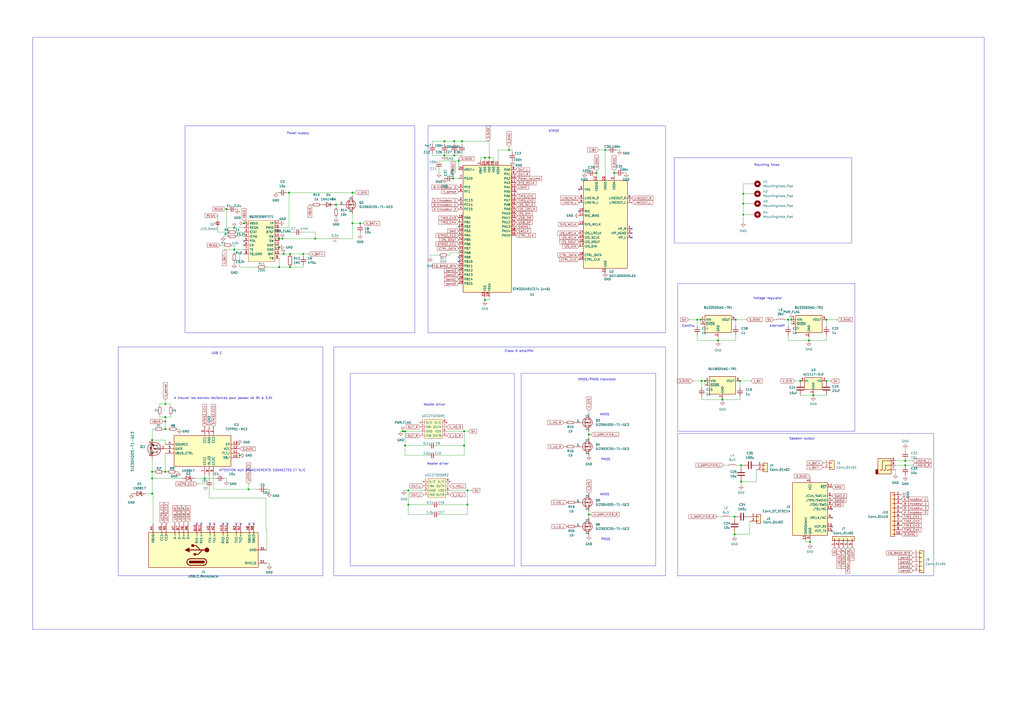
<source format=kicad_sch>
(kicad_sch (version 20230121) (generator eeschema)
  (paper "A2")
  (junction (at 257.81 81.915))
  (junction (at 263.525 81.915))
  (junction (at 281.305 173.99))
  (junction (at 469.265 197.485))
  (junction (at 161.925 143.51))
  (junction (at 95.885 241.935))
  (junction (at 283.845 91.44))
  (junction (at 406.4 185.42))
  (junction (at 416.56 197.485))
  (junction (at 431.165 124.46))
  (junction (at 471.805 229.235))
  (junction (at 257.81 90.17))
  (junction (at 161.925 154.94))
  (junction (at 479.425 220.98))
  (junction (at 164.465 147.32))
  (junction (at 479.425 185.42))
  (junction (at 271.145 284.48))
  (junction (at 236.855 292.735))
  (junction (at 95.885 234.315))
  (junction (at 118.745 277.495))
  (junction (at 431.165 112.395))
  (junction (at 407.035 220.98))
  (junction (at 88.265 273.685))
  (junction (at 88.265 255.27))
  (junction (at 269.24 250.19))
  (junction (at 262.89 103.505))
  (junction (at 269.24 258.445))
  (junction (at 469.9 314.325))
  (junction (at 429.26 220.98))
  (junction (at 408.94 220.98))
  (junction (at 168.275 154.94))
  (junction (at 167.64 111.76))
  (junction (at 135.89 144.78))
  (junction (at 144.145 283.845))
  (junction (at 271.145 292.735))
  (junction (at 459.105 185.42))
  (junction (at 141.605 129.54))
  (junction (at 161.925 138.43))
  (junction (at 236.855 284.48))
  (junction (at 464.185 220.98))
  (junction (at 457.2 185.42))
  (junction (at 267.97 81.915))
  (junction (at 95.885 248.92))
  (junction (at 175.895 147.32))
  (junction (at 95.885 244.475))
  (junction (at 95.885 273.685))
  (junction (at 426.085 309.88))
  (junction (at 281.305 91.44))
  (junction (at 431.165 118.11))
  (junction (at 426.085 299.72))
  (junction (at 295.275 86.995))
  (junction (at 194.945 118.745))
  (junction (at 429.895 269.875))
  (junction (at 234.95 250.19))
  (junction (at 429.895 279.4))
  (junction (at 234.95 258.445))
  (junction (at 525.145 267.335))
  (junction (at 88.265 277.495))
  (junction (at 341.63 252.095))
  (junction (at 404.495 185.42))
  (junction (at 208.915 129.54))
  (junction (at 88.265 286.385))
  (junction (at 263.525 90.17))
  (junction (at 139.065 264.16))
  (junction (at 346.075 100.33))
  (junction (at 182.88 138.43))
  (junction (at 351.155 86.995))
  (junction (at 168.275 147.32))
  (junction (at 426.72 185.42))
  (junction (at 131.445 121.285))
  (junction (at 525.145 269.875))
  (junction (at 356.235 100.33))
  (junction (at 204.47 129.54))
  (junction (at 135.89 132.08))
  (junction (at 341.63 298.45))
  (junction (at 163.83 138.43))
  (junction (at 233.68 250.19))
  (junction (at 419.1 231.775))
  (junction (at 204.47 111.76))
  (junction (at 266.065 93.345))
  (no_connect (at 366.395 137.795))
  (no_connect (at 131.953 303.784))
  (no_connect (at 114.173 303.784))
  (no_connect (at 147.193 303.784))
  (no_connect (at 266.065 131.445))
  (no_connect (at 266.065 149.225))
  (no_connect (at 124.333 303.784))
  (no_connect (at 121.793 303.784))
  (no_connect (at 139.573 303.784))
  (no_connect (at 366.395 135.255))
  (no_connect (at 116.713 303.784))
  (no_connect (at 299.085 111.125))
  (no_connect (at 482.6 307.975))
  (no_connect (at 335.915 122.555))
  (no_connect (at 141.605 142.24))
  (no_connect (at 482.6 300.355))
  (no_connect (at 144.653 303.784))
  (no_connect (at 366.395 132.715))
  (no_connect (at 141.605 139.7))
  (no_connect (at 482.6 295.275))
  (no_connect (at 137.033 303.784))
  (no_connect (at 335.915 109.855))
  (no_connect (at 129.413 303.784))
  (no_connect (at 266.065 151.765))
  (no_connect (at 482.6 305.435))
  (wire (pts (xy 161.925 154.94) (xy 168.275 154.94)))
  (wire (pts (xy 341.63 296.545) (xy 341.63 298.45)))
  (wire (pts (xy 168.275 154.94) (xy 175.895 154.94)))
  (wire (pts (xy 130.175 277.495) (xy 131.445 277.495)))
  (wire (pts (xy 175.895 153.67) (xy 175.895 154.94)))
  (wire (pts (xy 134.62 142.24) (xy 135.89 142.24)))
  (wire (pts (xy 163.83 138.43) (xy 182.88 138.43)))
  (wire (pts (xy 92.71 240.665) (xy 92.71 241.935)))
  (wire (pts (xy 457.2 185.42) (xy 459.105 185.42)))
  (wire (pts (xy 236.855 292.735) (xy 236.855 298.45)))
  (wire (pts (xy 407.035 220.98) (xy 407.035 224.79)))
  (wire (pts (xy 260.985 146.685) (xy 260.985 147.955)))
  (wire (pts (xy 281.305 173.99) (xy 281.305 174.625)))
  (wire (pts (xy 249.555 147.955) (xy 254.635 147.955)))
  (wire (pts (xy 295.275 86.995) (xy 297.18 86.995)))
  (wire (pts (xy 154.305 154.94) (xy 161.925 154.94)))
  (wire (pts (xy 427.355 269.875) (xy 429.895 269.875)))
  (wire (pts (xy 254.635 93.345) (xy 266.065 93.345)))
  (wire (pts (xy 129.54 137.16) (xy 132.08 137.16)))
  (wire (pts (xy 121.285 288.925) (xy 154.305 288.925)))
  (wire (pts (xy 429.895 279.4) (xy 429.895 278.765)))
  (wire (pts (xy 469.265 197.485) (xy 479.425 197.485)))
  (wire (pts (xy 406.4 185.42) (xy 406.4 187.96)))
  (wire (pts (xy 106.553 303.022) (xy 106.553 303.784)))
  (wire (pts (xy 233.68 250.19) (xy 234.95 250.19)))
  (wire (pts (xy 194.945 125.73) (xy 194.945 126.365)))
  (wire (pts (xy 154.813 307.34) (xy 154.813 319.024)))
  (wire (pts (xy 118.745 275.59) (xy 118.745 277.495)))
  (wire (pts (xy 104.013 303.149) (xy 104.013 303.784)))
  (wire (pts (xy 426.72 194.31) (xy 426.72 197.485)))
  (wire (pts (xy 525.145 266.7) (xy 525.145 267.335)))
  (wire (pts (xy 259.08 250.19) (xy 269.24 250.19)))
  (wire (pts (xy 281.305 93.345) (xy 281.305 91.44)))
  (wire (pts (xy 204.47 129.54) (xy 208.915 129.54)))
  (wire (pts (xy 407.035 231.775) (xy 419.1 231.775)))
  (wire (pts (xy 267.97 88.9) (xy 267.97 90.17)))
  (wire (pts (xy 232.41 250.19) (xy 233.68 250.19)))
  (wire (pts (xy 130.81 121.285) (xy 131.445 121.285)))
  (wire (pts (xy 175.895 147.32) (xy 179.07 147.32)))
  (wire (pts (xy 99.06 240.665) (xy 99.06 241.935)))
  (wire (pts (xy 401.955 220.98) (xy 407.035 220.98)))
  (wire (pts (xy 89.535 273.685) (xy 88.265 273.685)))
  (wire (pts (xy 99.06 234.315) (xy 99.06 235.585)))
  (wire (pts (xy 255.27 292.735) (xy 271.145 292.735)))
  (wire (pts (xy 283.845 91.44) (xy 286.385 91.44)))
  (wire (pts (xy 94.615 248.92) (xy 95.885 248.92)))
  (wire (pts (xy 132.08 121.285) (xy 131.445 121.285)))
  (wire (pts (xy 286.385 91.44) (xy 286.385 93.345)))
  (wire (pts (xy 95.885 257.81) (xy 95.885 255.27)))
  (wire (pts (xy 416.56 197.485) (xy 416.56 198.12)))
  (wire (pts (xy 114.3 280.67) (xy 118.745 280.67)))
  (wire (pts (xy 164.465 147.32) (xy 168.275 147.32)))
  (wire (pts (xy 257.81 81.915) (xy 263.525 81.915)))
  (wire (pts (xy 457.2 197.485) (xy 469.265 197.485)))
  (wire (pts (xy 259.715 147.955) (xy 260.985 147.955)))
  (wire (pts (xy 88.265 248.92) (xy 89.535 248.92)))
  (wire (pts (xy 194.945 118.745) (xy 194.945 120.65)))
  (wire (pts (xy 455.295 185.42) (xy 457.2 185.42)))
  (wire (pts (xy 525.145 269.875) (xy 519.43 269.875)))
  (wire (pts (xy 126.365 132.08) (xy 126.365 134.62)))
  (wire (pts (xy 431.165 118.11) (xy 435.61 118.11)))
  (wire (pts (xy 267.97 90.17) (xy 263.525 90.17)))
  (wire (pts (xy 95.885 262.89) (xy 95.885 273.685)))
  (wire (pts (xy 88.265 265.43) (xy 88.265 273.685)))
  (wire (pts (xy 464.185 220.98) (xy 464.185 221.615)))
  (wire (pts (xy 519.43 267.335) (xy 525.145 267.335)))
  (wire (pts (xy 479.425 185.42) (xy 479.425 189.23)))
  (wire (pts (xy 431.165 124.46) (xy 431.165 128.905)))
  (wire (pts (xy 168.275 147.32) (xy 175.895 147.32)))
  (wire (pts (xy 250.825 88.9) (xy 250.825 90.17)))
  (wire (pts (xy 95.885 234.315) (xy 99.06 234.315)))
  (wire (pts (xy 262.89 100.965) (xy 262.89 103.505)))
  (wire (pts (xy 479.425 220.98) (xy 481.965 220.98)))
  (wire (pts (xy 479.425 194.31) (xy 479.425 197.485)))
  (wire (pts (xy 102.87 248.92) (xy 104.14 248.92)))
  (wire (pts (xy 471.805 228.6) (xy 471.805 229.235)))
  (wire (pts (xy 161.925 142.24) (xy 161.925 143.51)))
  (wire (pts (xy 404.495 185.42) (xy 404.495 189.23)))
  (wire (pts (xy 404.495 185.42) (xy 406.4 185.42)))
  (wire (pts (xy 281.305 173.99) (xy 283.845 173.99)))
  (wire (pts (xy 234.95 250.19) (xy 234.95 258.445)))
  (wire (pts (xy 194.945 118.745) (xy 196.85 118.745)))
  (wire (pts (xy 283.845 91.44) (xy 283.845 93.345)))
  (wire (pts (xy 88.265 273.685) (xy 88.265 277.495)))
  (wire (pts (xy 255.27 298.45) (xy 271.145 298.45)))
  (wire (pts (xy 76.2 286.385) (xy 76.835 286.385)))
  (wire (pts (xy 429.26 220.98) (xy 435.61 220.98)))
  (wire (pts (xy 204.47 111.76) (xy 204.47 113.665)))
  (wire (pts (xy 459.105 185.42) (xy 459.105 187.96)))
  (wire (pts (xy 88.265 286.385) (xy 84.455 286.385)))
  (wire (pts (xy 95.885 255.27) (xy 88.265 255.27)))
  (wire (pts (xy 161.925 154.94) (xy 161.925 149.86)))
  (wire (pts (xy 249.555 147.955) (xy 249.555 149.225)))
  (wire (pts (xy 204.47 123.825) (xy 204.47 129.54)))
  (wire (pts (xy 266.065 92.075) (xy 266.065 93.345)))
  (wire (pts (xy 419.1 231.14) (xy 419.1 231.775)))
  (wire (pts (xy 166.37 111.76) (xy 167.64 111.76)))
  (wire (pts (xy 341.63 298.45) (xy 341.63 300.355)))
  (wire (pts (xy 186.055 118.745) (xy 186.69 118.745)))
  (wire (pts (xy 154.305 288.925) (xy 154.305 307.34)))
  (wire (pts (xy 126.365 125.095) (xy 126.365 127)))
  (wire (pts (xy 281.305 172.085) (xy 281.305 173.99)))
  (wire (pts (xy 429.895 269.875) (xy 429.895 271.145)))
  (wire (pts (xy 288.925 86.995) (xy 288.925 93.345)))
  (wire (pts (xy 123.825 283.845) (xy 144.145 283.845)))
  (wire (pts (xy 234.95 264.16) (xy 248.285 264.16)))
  (wire (pts (xy 283.845 81.915) (xy 283.845 91.44)))
  (wire (pts (xy 426.72 185.42) (xy 433.07 185.42)))
  (wire (pts (xy 419.1 232.41) (xy 419.1 231.775)))
  (wire (pts (xy 341.63 238.125) (xy 341.63 240.03)))
  (wire (pts (xy 102.235 273.685) (xy 103.505 273.685)))
  (wire (pts (xy 346.075 100.33) (xy 346.075 102.235)))
  (wire (pts (xy 154.94 283.845) (xy 156.21 283.845)))
  (wire (pts (xy 429.895 279.4) (xy 429.895 281.305)))
  (wire (pts (xy 92.71 234.315) (xy 95.885 234.315)))
  (wire (pts (xy 469.265 197.485) (xy 469.265 198.12)))
  (wire (pts (xy 416.56 195.58) (xy 416.56 197.485)))
  (wire (pts (xy 479.425 220.98) (xy 479.425 221.615)))
  (wire (pts (xy 404.495 197.485) (xy 416.56 197.485)))
  (wire (pts (xy 461.01 220.98) (xy 464.185 220.98)))
  (wire (pts (xy 419.735 269.875) (xy 422.275 269.875)))
  (wire (pts (xy 234.315 284.48) (xy 236.855 284.48)))
  (wire (pts (xy 269.24 250.19) (xy 269.24 258.445)))
  (wire (pts (xy 267.97 81.915) (xy 283.845 81.915)))
  (wire (pts (xy 271.145 284.48) (xy 273.685 284.48)))
  (wire (pts (xy 416.56 197.485) (xy 426.72 197.485)))
  (wire (pts (xy 135.89 144.78) (xy 135.89 142.24)))
  (wire (pts (xy 88.773 303.784) (xy 88.773 286.385)))
  (wire (pts (xy 95.885 273.685) (xy 97.155 273.685)))
  (wire (pts (xy 339.09 100.33) (xy 340.36 100.33)))
  (wire (pts (xy 419.1 231.775) (xy 429.26 231.775)))
  (wire (pts (xy 135.89 144.78) (xy 135.89 146.685)))
  (wire (pts (xy 429.26 220.98) (xy 429.26 224.79)))
  (wire (pts (xy 161.925 138.43) (xy 163.83 138.43)))
  (wire (pts (xy 131.445 132.08) (xy 135.89 132.08)))
  (wire (pts (xy 297.18 86.995) (xy 297.18 88.265)))
  (wire (pts (xy 135.89 151.765) (xy 135.89 153.035)))
  (wire (pts (xy 121.285 275.59) (xy 121.285 278.13)))
  (wire (pts (xy 263.525 81.915) (xy 267.97 81.915)))
  (wire (pts (xy 125.095 277.495) (xy 118.745 277.495)))
  (wire (pts (xy 288.925 86.995) (xy 295.275 86.995)))
  (wire (pts (xy 345.44 100.33) (xy 346.075 100.33)))
  (wire (pts (xy 356.87 100.33) (xy 356.235 100.33)))
  (wire (pts (xy 92.71 241.935) (xy 95.885 241.935)))
  (wire (pts (xy 341.63 298.45) (xy 342.9 298.45)))
  (wire (pts (xy 271.145 292.735) (xy 271.145 298.45)))
  (wire (pts (xy 154.813 326.644) (xy 156.21 326.644)))
  (wire (pts (xy 347.345 86.995) (xy 351.155 86.995)))
  (wire (pts (xy 327.025 245.11) (xy 328.295 245.11)))
  (wire (pts (xy 156.21 327.66) (xy 156.21 326.644)))
  (wire (pts (xy 426.72 185.42) (xy 426.72 189.23)))
  (wire (pts (xy 423.545 299.72) (xy 426.085 299.72)))
  (wire (pts (xy 182.88 138.43) (xy 191.77 138.43)))
  (wire (pts (xy 415.925 299.72) (xy 418.465 299.72)))
  (wire (pts (xy 407.035 220.98) (xy 408.94 220.98)))
  (wire (pts (xy 262.89 103.505) (xy 266.065 103.505)))
  (wire (pts (xy 253.365 264.16) (xy 269.24 264.16)))
  (wire (pts (xy 295.275 85.09) (xy 295.275 86.995)))
  (wire (pts (xy 130.175 144.78) (xy 135.89 144.78)))
  (wire (pts (xy 327.025 259.08) (xy 328.295 259.08)))
  (wire (pts (xy 363.22 100.33) (xy 361.95 100.33)))
  (wire (pts (xy 333.375 245.11) (xy 334.01 245.11)))
  (wire (pts (xy 95.885 248.92) (xy 97.79 248.92)))
  (wire (pts (xy 278.765 91.44) (xy 278.765 93.345)))
  (wire (pts (xy 426.085 309.88) (xy 434.975 309.88)))
  (wire (pts (xy 92.71 234.315) (xy 92.71 235.585)))
  (wire (pts (xy 263.525 90.17) (xy 257.81 90.17)))
  (wire (pts (xy 356.235 99.06) (xy 356.235 100.33)))
  (wire (pts (xy 341.63 250.19) (xy 341.63 252.095)))
  (wire (pts (xy 250.825 83.82) (xy 250.825 81.915)))
  (wire (pts (xy 467.36 314.325) (xy 469.9 314.325)))
  (wire (pts (xy 167.64 111.76) (xy 204.47 111.76)))
  (wire (pts (xy 135.89 144.78) (xy 141.605 144.78)))
  (wire (pts (xy 426.085 299.72) (xy 426.085 300.99)))
  (wire (pts (xy 208.915 135.255) (xy 208.915 135.89)))
  (wire (pts (xy 469.9 315.595) (xy 469.9 314.325)))
  (wire (pts (xy 408.94 223.52) (xy 408.94 220.98)))
  (wire (pts (xy 257.81 81.915) (xy 257.81 83.82)))
  (wire (pts (xy 448.945 185.42) (xy 450.215 185.42)))
  (wire (pts (xy 471.805 229.235) (xy 471.805 229.87)))
  (wire (pts (xy 426.085 299.72) (xy 426.72 299.72)))
  (wire (pts (xy 469.9 314.325) (xy 469.9 313.055)))
  (wire (pts (xy 467.36 313.055) (xy 467.36 314.325)))
  (wire (pts (xy 434.975 309.88) (xy 434.975 302.26)))
  (wire (pts (xy 431.165 106.68) (xy 435.61 106.68)))
  (wire (pts (xy 266.065 93.345) (xy 266.065 98.425)))
  (wire (pts (xy 161.925 138.43) (xy 161.925 139.7)))
  (wire (pts (xy 137.16 137.16) (xy 141.605 137.16)))
  (wire (pts (xy 234.95 258.445) (xy 234.95 264.16)))
  (wire (pts (xy 236.855 284.48) (xy 245.745 284.48)))
  (wire (pts (xy 194.31 118.745) (xy 194.945 118.745)))
  (wire (pts (xy 431.165 112.395) (xy 435.61 112.395)))
  (wire (pts (xy 123.825 275.59) (xy 123.825 283.845)))
  (wire (pts (xy 281.305 91.44) (xy 283.845 91.44)))
  (wire (pts (xy 131.445 277.495) (xy 131.445 278.765)))
  (wire (pts (xy 529.59 267.335) (xy 525.145 267.335)))
  (wire (pts (xy 429.26 229.87) (xy 429.26 231.775)))
  (wire (pts (xy 236.855 292.735) (xy 250.19 292.735)))
  (wire (pts (xy 196.85 138.43) (xy 204.47 138.43)))
  (wire (pts (xy 139.065 264.16) (xy 139.065 262.89)))
  (wire (pts (xy 88.265 286.385) (xy 88.773 286.385)))
  (wire (pts (xy 139.065 154.94) (xy 149.225 154.94)))
  (wire (pts (xy 94.615 244.475) (xy 95.885 244.475)))
  (wire (pts (xy 254.635 98.425) (xy 254.635 100.33)))
  (wire (pts (xy 333.375 259.08) (xy 334.01 259.08)))
  (wire (pts (xy 156.21 283.845) (xy 156.21 285.75)))
  (wire (pts (xy 132.08 134.62) (xy 126.365 134.62)))
  (wire (pts (xy 529.59 269.875) (xy 525.145 269.875)))
  (wire (pts (xy 208.915 129.54) (xy 208.915 130.175)))
  (wire (pts (xy 352.425 86.995) (xy 351.155 86.995)))
  (wire (pts (xy 135.89 132.08) (xy 141.605 132.08)))
  (wire (pts (xy 429.895 269.875) (xy 431.165 269.875)))
  (wire (pts (xy 431.165 118.11) (xy 431.165 124.46)))
  (wire (pts (xy 144.145 283.845) (xy 144.145 280.67)))
  (wire (pts (xy 139.065 264.16) (xy 139.065 265.43)))
  (wire (pts (xy 204.47 129.54) (xy 204.47 138.43)))
  (wire (pts (xy 431.165 124.46) (xy 435.61 124.46)))
  (wire (pts (xy 341.63 252.095) (xy 342.9 252.095)))
  (wire (pts (xy 525.145 276.225) (xy 525.145 275.59)))
  (wire (pts (xy 88.265 277.495) (xy 105.41 277.495)))
  (wire (pts (xy 234.95 250.19) (xy 243.84 250.19)))
  (wire (pts (xy 260.985 284.48) (xy 271.145 284.48)))
  (wire (pts (xy 175.26 134.62) (xy 182.88 134.62)))
  (wire (pts (xy 469.265 195.58) (xy 469.265 197.485)))
  (wire (pts (xy 263.525 81.915) (xy 263.525 83.82)))
  (wire (pts (xy 431.165 112.395) (xy 431.165 118.11)))
  (wire (pts (xy 175.895 147.32) (xy 175.895 148.59)))
  (wire (pts (xy 179.705 118.745) (xy 180.975 118.745)))
  (wire (pts (xy 278.765 91.44) (xy 281.305 91.44)))
  (wire (pts (xy 149.86 283.845) (xy 144.145 283.845)))
  (wire (pts (xy 139.065 147.32) (xy 139.065 154.94)))
  (wire (pts (xy 160.02 111.76) (xy 161.29 111.76)))
  (wire (pts (xy 88.265 248.92) (xy 88.265 255.27)))
  (wire (pts (xy 404.495 194.31) (xy 404.495 197.485)))
  (wire (pts (xy 464.185 229.235) (xy 471.805 229.235)))
  (wire (pts (xy 154.813 307.34) (xy 154.305 307.34)))
  (wire (pts (xy 182.88 134.62) (xy 182.88 138.43)))
  (wire (pts (xy 257.81 90.17) (xy 257.81 88.9)))
  (wire (pts (xy 457.2 185.42) (xy 457.2 189.23)))
  (wire (pts (xy 266.065 146.685) (xy 260.985 146.685)))
  (wire (pts (xy 118.745 280.67) (xy 118.745 277.495)))
  (wire (pts (xy 95.885 234.315) (xy 95.885 231.775)))
  (wire (pts (xy 141.605 128.27) (xy 141.605 129.54)))
  (wire (pts (xy 161.925 143.51) (xy 161.925 144.78)))
  (wire (pts (xy 121.285 283.21) (xy 121.285 288.925)))
  (wire (pts (xy 271.145 284.48) (xy 271.145 292.735)))
  (wire (pts (xy 94.615 273.685) (xy 95.885 273.685)))
  (wire (pts (xy 137.795 121.285) (xy 137.16 121.285)))
  (wire (pts (xy 519.43 274.955) (xy 519.43 272.415)))
  (wire (pts (xy 208.915 129.54) (xy 210.82 129.54)))
  (wire (pts (xy 250.825 81.915) (xy 257.81 81.915)))
  (wire (pts (xy 269.24 258.445) (xy 269.24 264.16)))
  (wire (pts (xy 161.925 147.32) (xy 164.465 147.32)))
  (wire (pts (xy 263.525 88.9) (xy 263.525 90.17)))
  (wire (pts (xy 525.145 260.35) (xy 525.145 261.62)))
  (wire (pts (xy 426.085 309.88) (xy 426.085 311.15)))
  (wire (pts (xy 127.635 142.24) (xy 129.54 142.24)))
  (wire (pts (xy 351.155 86.995) (xy 351.155 102.235)))
  (wire (pts (xy 139.065 147.32) (xy 141.605 147.32)))
  (wire (pts (xy 426.085 309.88) (xy 426.085 308.61)))
  (wire (pts (xy 525.145 270.51) (xy 525.145 269.875)))
  (wire (pts (xy 407.035 229.87) (xy 407.035 231.775)))
  (wire (pts (xy 95.885 241.935) (xy 99.06 241.935)))
  (wire (pts (xy 469.9 276.225) (xy 469.9 277.495)))
  (wire (pts (xy 479.425 185.42) (xy 485.775 185.42)))
  (wire (pts (xy 457.2 194.31) (xy 457.2 197.485)))
  (wire (pts (xy 253.365 258.445) (xy 269.24 258.445)))
  (wire (pts (xy 236.855 298.45) (xy 250.19 298.45)))
  (wire (pts (xy 161.925 134.62) (xy 170.18 134.62)))
  (wire (pts (xy 434.34 299.72) (xy 434.975 299.72)))
  (wire (pts (xy 95.885 244.475) (xy 95.885 248.92)))
  (wire (pts (xy 204.47 111.76) (xy 205.74 111.76)))
  (wire (pts (xy 283.845 172.085) (xy 283.845 173.99)))
  (wire (pts (xy 267.97 81.915) (xy 267.97 83.82)))
  (wire (pts (xy 161.925 132.08) (xy 167.64 132.08)))
  (wire (pts (xy 234.95 258.445) (xy 248.285 258.445)))
  (wire (pts (xy 161.925 137.16) (xy 161.925 138.43)))
  (wire (pts (xy 113.03 277.495) (xy 118.745 277.495)))
  (wire (pts (xy 167.64 111.76) (xy 167.64 132.08)))
  (wire (pts (xy 250.825 90.17) (xy 257.81 90.17)))
  (wire (pts (xy 95.885 241.935) (xy 95.885 244.475)))
  (wire (pts (xy 356.235 100.33) (xy 356.235 102.235)))
  (wire (pts (xy 88.265 277.495) (xy 88.265 286.385)))
  (wire (pts (xy 236.855 284.48) (xy 236.855 292.735)))
  (wire (pts (xy 341.63 252.095) (xy 341.63 254)))
  (wire (pts (xy 471.805 229.235) (xy 479.425 229.235)))
  (wire (pts (xy 359.41 86.995) (xy 357.505 86.995)))
  (wire (pts (xy 346.075 99.06) (xy 346.075 100.33)))
  (wire (pts (xy 399.415 185.42) (xy 404.495 185.42)))
  (wire (pts (xy 431.165 106.68) (xy 431.165 112.395)))
  (wire (pts (xy 109.093 303.022) (xy 109.093 303.784)))
  (wire (pts (xy 269.24 250.19) (xy 271.78 250.19)))
  (wire (pts (xy 131.445 121.285) (xy 131.445 132.08)))
  (wire (pts (xy 438.785 279.4) (xy 438.785 272.415)))
  (wire (pts (xy 101.473 303.276) (xy 101.473 303.784)))
  (wire (pts (xy 429.895 279.4) (xy 438.785 279.4)))
  (wire (pts (xy 137.16 134.62) (xy 141.605 134.62)))
  (rectangle (start 19.05 21.59) (end 570.865 365.125))
  (rectangle (start 302.26 216.535) (end 380.365 328.295))
  (rectangle (start 68.58 201.295) (end 187.325 334.01))
  (rectangle (start 107.315 73.025) (end 240.665 193.04))
  (rectangle (start 393.065 251.46) (end 541.655 334.01))
  (rectangle (start 203.2 216.535) (end 298.45 328.295))
  (rectangle (start 391.16 91.44) (end 494.03 140.97))
  (rectangle (start 248.285 73.025) (end 386.08 193.04))
  (rectangle (start 393.065 164.465) (end 495.935 250.19))
  (rectangle (start 193.675 201.295) (end 386.08 334.01))
  (text "Speaker output\n" (at 457.835 255.27 0) (effects (font (size 1.27 1.27)) (justify left bottom)))
  (text "A trouver les bonnes résitances pour passer de 9V à 3.3V" (at 100.965 231.775 0) (effects (font (size 1.27 1.27)) (justify left bottom)))
  (text "PMOS" (at 348.615 313.69 0) (effects (font (size 1.27 1.27)) (justify left bottom)))
  (text "NMOS\n" (at 347.98 241.3 0) (effects (font (size 1.27 1.27)) (justify left bottom)))
  (text "ATTENTION AUX BRANCHEMENTS CONNECTES ET N/C\n" (at 127 273.685 0) (effects (font (size 1.27 1.27)) (justify left bottom)))
  (text "NMOS/PMOS transistor\n" (at 335.28 220.98 0) (effects (font (size 1.27 1.27)) (justify left bottom)))
  (text "Continu\n" (at 395.605 189.865 0) (effects (font (size 1.27 1.27)) (justify left bottom)))
  (text "Mounting holes" (at 437.515 96.52 0) (effects (font (size 1.27 1.27)) (justify left bottom)))
  (text "Voltage regulator\n\n" (at 436.88 175.895 0) (effects (font (size 1.27 1.27)) (justify left bottom)))
  (text "USB C\n" (at 122.555 205.74 0) (effects (font (size 1.27 1.27)) (justify left bottom)))
  (text "Alternatif\n" (at 446.405 189.865 0) (effects (font (size 1.27 1.27)) (justify left bottom)))
  (text "Mosfet driver\n" (at 245.745 235.585 0) (effects (font (size 1.27 1.27)) (justify left bottom)))
  (text "PMOS" (at 348.615 267.335 0) (effects (font (size 1.27 1.27)) (justify left bottom)))
  (text "NMOS\n" (at 347.98 287.655 0) (effects (font (size 1.27 1.27)) (justify left bottom)))
  (text "STM32\n" (at 318.135 76.835 0) (effects (font (size 1.27 1.27)) (justify left bottom)))
  (text "Mosfet driver\n" (at 247.65 269.875 0) (effects (font (size 1.27 1.27)) (justify left bottom)))
  (text "Class D amplifier\n" (at 292.735 204.47 0) (effects (font (size 1.27 1.27)) (justify left bottom)))
  (text "Power supply\n" (at 166.37 78.105 0) (effects (font (size 1.27 1.27)) (justify left bottom)))
  (global_label "I2S_DIN" (shape input) (at 335.915 142.875 180) (property "Intersheetrefs" "${INTERSHEET_REFS}" (effects hide)))
  (global_label "STM32_CC2" (shape input) (at 266.065 136.525 180) (property "Intersheetrefs" "${INTERSHEET_REFS}" (effects hide)))
  (global_label "LINEIN_R" (shape input) (at 335.915 114.935 180) (property "Intersheetrefs" "${INTERSHEET_REFS}" (effects hide)))
  (global_label "TIM3_CH4" (shape input) (at 266.065 128.905 180) (property "Intersheetrefs" "${INTERSHEET_REFS}" (effects hide)))
  (global_label "LINEOUT_L" (shape input) (at 486.664 317.5 270) (property "Intersheetrefs" "${INTERSHEET_REFS}" (effects hide)))
  (global_label "V_SYS" (shape input) (at 341.63 286.385 90) (property "Intersheetrefs" "${INTERSHEET_REFS}" (effects hide)))
  (global_label "USB_DM" (shape input) (at 101.473 303.276 90) (property "Intersheetrefs" "${INTERSHEET_REFS}" (effects hide)))
  (global_label "5V" (shape input) (at 271.78 250.19 0) (property "Intersheetrefs" "${INTERSHEET_REFS}" (effects hide)))
  (global_label "V_BAT+" (shape input) (at 179.07 147.32 0) (property "Intersheetrefs" "${INTERSHEET_REFS}" (effects hide)))
  (global_label "LINEIN_L" (shape input) (at 335.915 117.475 180) (property "Intersheetrefs" "${INTERSHEET_REFS}" (effects hide)))
  (global_label "LINEOUT_L" (shape input) (at 366.395 117.475 0) (property "Intersheetrefs" "${INTERSHEET_REFS}" (effects hide)))
  (global_label "TIM3_CH2" (shape input) (at 522.859 302.26 0) (property "Intersheetrefs" "${INTERSHEET_REFS}" (effects hide)))
  (global_label "NRST" (shape input) (at 482.6 282.575 0) (property "Intersheetrefs" "${INTERSHEET_REFS}" (effects hide)))
  (global_label "V_sense" (shape input) (at 266.065 111.125 180) (property "Intersheetrefs" "${INTERSHEET_REFS}" (effects hide)))
  (global_label "REGN" (shape input) (at 126.365 125.095 180) (property "Intersheetrefs" "${INTERSHEET_REFS}" (effects hide)))
  (global_label "I2S_LRCLK" (shape input) (at 299.085 121.285 0) (property "Intersheetrefs" "${INTERSHEET_REFS}" (effects hide)))
  (global_label "VBUS" (shape input) (at 141.605 128.27 90) (property "Intersheetrefs" "${INTERSHEET_REFS}" (effects hide)))
  (global_label "V_AMPLIFIER_L" (shape input) (at 342.9 252.095 0) (property "Intersheetrefs" "${INTERSHEET_REFS}" (effects hide)))
  (global_label "band1" (shape input) (at 266.065 161.925 180) (property "Intersheetrefs" "${INTERSHEET_REFS}" (effects hide)))
  (global_label "3.3VDC" (shape input) (at 139.065 260.35 0) (property "Intersheetrefs" "${INTERSHEET_REFS}" (effects hide)))
  (global_label "TIM3_CH4" (shape input) (at 522.859 307.34 0) (property "Intersheetrefs" "${INTERSHEET_REFS}" (effects hide)))
  (global_label "A Encodeur 1" (shape input) (at 266.065 116.205 180) (property "Intersheetrefs" "${INTERSHEET_REFS}" (effects hide)))
  (global_label "3.3VDC" (shape input) (at 433.07 185.42 0) (property "Intersheetrefs" "${INTERSHEET_REFS}" (effects hide)))
  (global_label "STM32_CC1" (shape input) (at 266.065 141.605 180) (property "Intersheetrefs" "${INTERSHEET_REFS}" (effects hide)))
  (global_label "3.3VDC" (shape input) (at 346.075 99.06 90) (property "Intersheetrefs" "${INTERSHEET_REFS}" (effects hide)))
  (global_label "band2" (shape input) (at 266.065 159.385 180) (property "Intersheetrefs" "${INTERSHEET_REFS}" (effects hide)))
  (global_label "VBUS" (shape input) (at 94.615 244.475 180) (property "Intersheetrefs" "${INTERSHEET_REFS}" (effects hide)))
  (global_label "3.3VAC" (shape input) (at 356.235 99.06 90) (property "Intersheetrefs" "${INTERSHEET_REFS}" (effects hide)))
  (global_label "V_LO_R" (shape input) (at 327.025 259.08 180) (property "Intersheetrefs" "${INTERSHEET_REFS}" (effects hide)))
  (global_label "V_HO_R" (shape input) (at 327.025 245.11 180) (property "Intersheetrefs" "${INTERSHEET_REFS}" (effects hide)))
  (global_label "SYS_MCLK" (shape input) (at 335.915 130.175 180) (property "Intersheetrefs" "${INTERSHEET_REFS}" (effects hide)))
  (global_label "UCPD_CC2" (shape input) (at 144.145 280.67 90) (property "Intersheetrefs" "${INTERSHEET_REFS}" (effects hide)))
  (global_label "V_AMPLIFIER_L" (shape input) (at 419.735 269.875 180) (property "Intersheetrefs" "${INTERSHEET_REFS}" (effects hide)))
  (global_label "1.8V" (shape input) (at 435.61 220.98 0) (property "Intersheetrefs" "${INTERSHEET_REFS}" (effects hide)))
  (global_label "V_AMPLIFIER_R" (shape input) (at 415.925 299.72 180) (property "Intersheetrefs" "${INTERSHEET_REFS}" (effects hide)))
  (global_label "TIM3_CH3" (shape input) (at 266.065 126.365 180) (property "Intersheetrefs" "${INTERSHEET_REFS}" (effects hide)))
  (global_label "LINEOUT_R" (shape input) (at 366.395 114.935 0) (property "Intersheetrefs" "${INTERSHEET_REFS}" (effects hide)))
  (global_label "I2S_SCLK" (shape input) (at 335.915 137.795 180) (property "Intersheetrefs" "${INTERSHEET_REFS}" (effects hide)))
  (global_label "REGN" (shape input) (at 127.635 142.24 180) (property "Intersheetrefs" "${INTERSHEET_REFS}" (effects hide)))
  (global_label "SWDIO" (shape input) (at 482.6 290.195 0) (property "Intersheetrefs" "${INTERSHEET_REFS}" (effects hide)))
  (global_label "CTRL_DATA" (shape input) (at 266.065 144.145 180) (property "Intersheetrefs" "${INTERSHEET_REFS}" (effects hide)))
  (global_label "V_BAT+" (shape input) (at 477.52 268.605 180) (property "Intersheetrefs" "${INTERSHEET_REFS}" (effects hide)))
  (global_label "5V" (shape input) (at 448.945 185.42 180) (property "Intersheetrefs" "${INTERSHEET_REFS}" (effects hide)))
  (global_label "TIM3_CH3" (shape input) (at 522.859 304.8 0) (property "Intersheetrefs" "${INTERSHEET_REFS}" (effects hide)))
  (global_label "V_LO_L" (shape input) (at 328.93 305.435 180) (property "Intersheetrefs" "${INTERSHEET_REFS}" (effects hide)))
  (global_label "V_sense" (shape input) (at 95.885 231.775 90) (property "Intersheetrefs" "${INTERSHEET_REFS}" (effects hide)))
  (global_label "LINEIN_L" (shape input) (at 529.59 267.335 0) (property "Intersheetrefs" "${INTERSHEET_REFS}" (effects hide)))
  (global_label "A Encodeur 2" (shape input) (at 522.859 297.18 0) (property "Intersheetrefs" "${INTERSHEET_REFS}" (effects hide)))
  (global_label "band2" (shape input) (at 529.59 325.882 180) (property "Intersheetrefs" "${INTERSHEET_REFS}" (effects hide)))
  (global_label "band1" (shape input) (at 529.59 328.422 180) (property "Intersheetrefs" "${INTERSHEET_REFS}" (effects hide)))
  (global_label "3.3VDC" (shape input) (at 266.065 92.075 0) (property "Intersheetrefs" "${INTERSHEET_REFS}" (effects hide)))
  (global_label "V_AMPLIFIER_R" (shape input) (at 342.9 298.45 0) (property "Intersheetrefs" "${INTERSHEET_REFS}" (effects hide)))
  (global_label "V_LO_R" (shape input) (at 259.08 252.73 0) (property "Intersheetrefs" "${INTERSHEET_REFS}" (effects hide)))
  (global_label "V_BAT+" (shape input) (at 210.82 129.54 0) (property "Intersheetrefs" "${INTERSHEET_REFS}" (effects hide)))
  (global_label "USB_DM" (shape input) (at 104.013 303.149 90) (property "Intersheetrefs" "${INTERSHEET_REFS}" (effects hide)))
  (global_label "5V" (shape input) (at 273.685 284.48 0) (property "Intersheetrefs" "${INTERSHEET_REFS}" (effects hide)))
  (global_label "3.3VAC" (shape input) (at 485.775 185.42 0) (property "Intersheetrefs" "${INTERSHEET_REFS}" (effects hide)))
  (global_label "LIGHT" (shape input) (at 494.284 317.5 270) (property "Intersheetrefs" "${INTERSHEET_REFS}" (effects hide)))
  (global_label "OUT_L" (shape input) (at 299.085 98.425 0) (property "Intersheetrefs" "${INTERSHEET_REFS}" (effects hide)))
  (global_label "A Encodeur 1" (shape input) (at 522.859 289.56 0) (property "Intersheetrefs" "${INTERSHEET_REFS}" (effects hide)))
  (global_label "TIM3_CH1" (shape input) (at 522.859 299.72 0) (property "Intersheetrefs" "${INTERSHEET_REFS}" (effects hide)))
  (global_label "3.3VDC" (shape input) (at 283.21 81.915 90) (property "Intersheetrefs" "${INTERSHEET_REFS}" (effects hide)))
  (global_label "band0" (shape input) (at 266.065 164.465 180) (property "Intersheetrefs" "${INTERSHEET_REFS}" (effects hide)))
  (global_label "V_SYS" (shape input) (at 461.01 220.98 180) (property "Intersheetrefs" "${INTERSHEET_REFS}" (effects hide)))
  (global_label "B Encodeur 1" (shape input) (at 522.859 292.1 0) (property "Intersheetrefs" "${INTERSHEET_REFS}" (effects hide)))
  (global_label "REGN" (shape input) (at 130.81 121.285 180) (property "Intersheetrefs" "${INTERSHEET_REFS}" (effects hide)))
  (global_label "EQ_BAND_BTN" (shape input) (at 266.065 154.305 180) (property "Intersheetrefs" "${INTERSHEET_REFS}" (effects hide)))
  (global_label "band3" (shape input) (at 266.065 156.845 180) (property "Intersheetrefs" "${INTERSHEET_REFS}" (effects hide)))
  (global_label "V_BAT-" (shape input) (at 130.175 144.78 270) (property "Intersheetrefs" "${INTERSHEET_REFS}" (effects hide)))
  (global_label "SWO" (shape input) (at 482.6 292.735 0) (property "Intersheetrefs" "${INTERSHEET_REFS}" (effects hide)))
  (global_label "LIGHT" (shape input) (at 299.085 108.585 0) (property "Intersheetrefs" "${INTERSHEET_REFS}" (effects hide)))
  (global_label "USB_DP" (shape input) (at 299.085 128.905 0) (property "Intersheetrefs" "${INTERSHEET_REFS}" (effects hide)))
  (global_label "I2S_DOUT" (shape input) (at 266.065 139.065 180) (property "Intersheetrefs" "${INTERSHEET_REFS}" (effects hide)))
  (global_label "5V" (shape input) (at 481.965 220.98 0) (property "Intersheetrefs" "${INTERSHEET_REFS}" (effects hide)))
  (global_label "V_HO_L" (shape input) (at 328.93 291.465 180) (property "Intersheetrefs" "${INTERSHEET_REFS}" (effects hide)))
  (global_label "I2S_DIN" (shape input) (at 299.085 123.825 0) (property "Intersheetrefs" "${INTERSHEET_REFS}" (effects hide)))
  (global_label "VBUS" (shape input) (at 179.705 118.745 270) (property "Intersheetrefs" "${INTERSHEET_REFS}" (effects hide)))
  (global_label "UCPD_CC1" (shape input) (at 114.3 280.67 180) (property "Intersheetrefs" "${INTERSHEET_REFS}" (effects hide)))
  (global_label "CTRL_CLK" (shape input) (at 335.915 150.495 180) (property "Intersheetrefs" "${INTERSHEET_REFS}" (effects hide)))
  (global_label "CTRL_CLK" (shape input) (at 299.085 136.525 0) (property "Intersheetrefs" "${INTERSHEET_REFS}" (effects hide)))
  (global_label "3.3VDC" (shape input) (at 401.955 220.98 180) (property "Intersheetrefs" "${INTERSHEET_REFS}" (effects hide)))
  (global_label "NRST" (shape input) (at 262.89 100.965 90) (property "Intersheetrefs" "${INTERSHEET_REFS}" (effects hide)))
  (global_label "B Encodeur 2" (shape input) (at 266.065 108.585 180) (property "Intersheetrefs" "${INTERSHEET_REFS}" (effects hide)))
  (global_label "Potar_volume" (shape input) (at 299.085 103.505 0) (property "Intersheetrefs" "${INTERSHEET_REFS}" (effects hide)))
  (global_label "UCPD_CC2" (shape input) (at 96.393 303.784 90) (property "Intersheetrefs" "${INTERSHEET_REFS}" (effects hide)))
  (global_label "OUT_L" (shape input) (at 245.745 287.02 180) (property "Intersheetrefs" "${INTERSHEET_REFS}" (effects hide)))
  (global_label "CTRL_DATA" (shape input) (at 335.915 147.955 180) (property "Intersheetrefs" "${INTERSHEET_REFS}" (effects hide)))
  (global_label "TIM3_CH1" (shape input) (at 299.085 113.665 0) (property "Intersheetrefs" "${INTERSHEET_REFS}" (effects hide)))
  (global_label "band3" (shape input) (at 529.59 323.342 180) (property "Intersheetrefs" "${INTERSHEET_REFS}" (effects hide)))
  (global_label "LINEOUT_R" (shape input) (at 489.204 317.5 270) (property "Intersheetrefs" "${INTERSHEET_REFS}" (effects hide)))
  (global_label "USB_DP" (shape input) (at 109.093 303.022 90) (property "Intersheetrefs" "${INTERSHEET_REFS}" (effects hide)))
  (global_label "USB_DP" (shape input) (at 106.553 303.022 90) (property "Intersheetrefs" "${INTERSHEET_REFS}" (effects hide)))
  (global_label "OUT_L" (shape input) (at 245.745 281.94 180) (property "Intersheetrefs" "${INTERSHEET_REFS}" (effects hide)))
  (global_label "1.8V" (shape input) (at 347.345 86.995 180) (property "Intersheetrefs" "${INTERSHEET_REFS}" (effects hide)))
  (global_label "I2S_LRCLK" (shape input) (at 335.915 135.255 180) (property "Intersheetrefs" "${INTERSHEET_REFS}" (effects hide)))
  (global_label "5V" (shape input) (at 484.124 317.5 270) (property "Intersheetrefs" "${INTERSHEET_REFS}" (effects hide)))
  (global_label "SWCLK" (shape input) (at 299.085 133.985 0) (property "Intersheetrefs" "${INTERSHEET_REFS}" (effects hide)))
  (global_label "SWDIO" (shape input) (at 299.085 131.445 0) (property "Intersheetrefs" "${INTERSHEET_REFS}" (effects hide)))
  (global_label "B Encodeur 1" (shape input) (at 266.065 118.745 180) (property "Intersheetrefs" "${INTERSHEET_REFS}" (effects hide)))
  (global_label "LINEIN_R" (shape input) (at 529.59 269.875 0) (property "Intersheetrefs" "${INTERSHEET_REFS}" (effects hide)))
  (global_label "V_HO_L" (shape input) (at 260.985 281.94 0) (property "Intersheetrefs" "${INTERSHEET_REFS}" (effects hide)))
  (global_label "I2S_SCLK" (shape input) (at 299.085 118.745 0) (property "Intersheetrefs" "${INTERSHEET_REFS}" (effects hide)))
  (global_label "OUT_R" (shape input) (at 299.085 100.965 0) (property "Intersheetrefs" "${INTERSHEET_REFS}" (effects hide)))
  (global_label "V_SYS" (shape input) (at 341.63 238.125 90) (property "Intersheetrefs" "${INTERSHEET_REFS}" (effects hide)))
  (global_label "SWCLK" (shape input) (at 482.6 287.655 0) (property "Intersheetrefs" "${INTERSHEET_REFS}" (effects hide)))
  (global_label "USB_DM" (shape input) (at 299.085 126.365 0) (property "Intersheetrefs" "${INTERSHEET_REFS}" (effects hide)))
  (global_label "V_HO_R" (shape input) (at 259.08 247.65 0) (property "Intersheetrefs" "${INTERSHEET_REFS}" (effects hide)))
  (global_label "V_SYS" (shape input) (at 205.74 111.76 0) (property "Intersheetrefs" "${INTERSHEET_REFS}" (effects hide)))
  (global_label "5V" (shape input) (at 399.415 185.42 180) (property "Intersheetrefs" "${INTERSHEET_REFS}" (effects hide)))
  (global_label "Potar_volume" (shape input) (at 491.744 317.5 270) (property "Intersheetrefs" "${INTERSHEET_REFS}" (effects hide)))
  (global_label "3.3VAC" (shape input) (at 295.275 85.09 90) (property "Intersheetrefs" "${INTERSHEET_REFS}" (effects hide)))
  (global_label "UCPD_CC1" (shape input) (at 93.853 303.784 90) (property "Intersheetrefs" "${INTERSHEET_REFS}" (effects hide)))
  (global_label "3.3VDC" (shape input) (at 469.9 276.225 180) (property "Intersheetrefs" "${INTERSHEET_REFS}" (effects hide)))
  (global_label "SYS_MCLK" (shape input) (at 299.085 106.045 0) (property "Intersheetrefs" "${INTERSHEET_REFS}" (effects hide)))
  (global_label "STM32_CC1" (shape input) (at 118.745 247.65 90) (property "Intersheetrefs" "${INTERSHEET_REFS}" (effects hide)))
  (global_label "band0" (shape input) (at 529.59 330.962 180) (property "Intersheetrefs" "${INTERSHEET_REFS}" (effects hide)))
  (global_label "OUT_R" (shape input) (at 243.84 252.73 180) (property "Intersheetrefs" "${INTERSHEET_REFS}" (effects hide)))
  (global_label "A Encodeur 2" (shape input) (at 266.065 121.285 180) (property "Intersheetrefs" "${INTERSHEET_REFS}" (effects hide)))
  (global_label "V_LO_L" (shape input) (at 260.985 287.02 0) (property "Intersheetrefs" "${INTERSHEET_REFS}" (effects hide)))
  (global_label "V_BAT-" (shape input) (at 477.52 271.145 180) (property "Intersheetrefs" "${INTERSHEET_REFS}" (effects hide)))
  (global_label "STM32_CC2" (shape input) (at 123.825 247.65 90) (property "Intersheetrefs" "${INTERSHEET_REFS}" (effects hide)))
  (global_label "3.3VDC" (shape input) (at 522.859 309.88 0) (property "Intersheetrefs" "${INTERSHEET_REFS}" (effects hide)))
  (global_label "EQ_BAND_BTN" (shape input) (at 529.59 320.802 180) (property "Intersheetrefs" "${INTERSHEET_REFS}" (effects hide)))
  (global_label "I2S_DOUT" (shape input) (at 335.915 140.335 180) (property "Intersheetrefs" "${INTERSHEET_REFS}" (effects hide)))
  (global_label "OUT_R" (shape input) (at 243.84 247.65 180) (property "Intersheetrefs" "${INTERSHEET_REFS}" (effects hide)))
  (global_label "B Encodeur 2" (shape input) (at 522.859 294.64 0) (property "Intersheetrefs" "${INTERSHEET_REFS}" (effects hide)))
  (global_label "TIM3_CH2" (shape input) (at 299.085 116.205 0) (property "Intersheetrefs" "${INTERSHEET_REFS}" (effects hide)))
  (global_label "SWO" (shape input) (at 266.065 133.985 180) (property "Intersheetrefs" "${INTERSHEET_REFS}" (effects hide)))
  (symbol (lib_id "power:GND") (at 519.43 274.955 0) (unit 1)
    (property "Reference" "#PWR019" (effects hide))
    (property "Value" "GND" (at 519.43 280.035 0))
  )
  (symbol (lib_name "UCC27325DR_1") (lib_id "UCC27325DR:UCC27325DR") (at 251.46 247.65 0) (unit 1)
    (property "Reference" "UCC27325DR1" (at 251.46 241.3 0))
    (property "Value" "~" (at 248.92 247.65 0))
    (property "Footprint" "Package_SO:SOIC-8_3.9x4.9mm_P1.27mm" (effects hide))
  )
  (symbol (lib_id "Device:R_Small") (at 331.47 291.465 90) (unit 1)
    (property "Reference" "R19" (at 331.47 294.005 90))
    (property "Value" "10" (at 331.47 296.545 90))
    (property "Footprint" "Resistor_SMD:R_0603_1608Metric_Pad0.98x0.95mm_HandSolder" (effects hide))
  )
  (symbol (lib_id "power:GND") (at 359.41 86.995 0) (unit 1)
    (property "Reference" "#PWR018" (effects hide))
    (property "Value" "GND" (at 363.22 88.9 0))
  )
  (symbol (lib_id "Simulation_SPICE:PMOS") (at 201.93 118.745 0) (mirror x) (unit 1)
    (property "Reference" "Q2" (at 208.28 117.475 0) (effects (justify left)))
    (property "Value" "SI2303CDS-T1-GE3" (at 208.28 120.015 0) (effects (justify left)))
    (property "Footprint" "Package_TO_SOT_SMD:SOT-23" (effects hide))
    (property "Datasheet" "https://ngspice.sourceforge.io/docs/ngspice-manual.pdf" (effects hide))
    (property "Sim.Device" "PMOS" (effects hide))
    (property "Sim.Type" "VDMOS" (effects hide))
    (property "Sim.Pins" "1=D 2=G 3=S" (effects hide))
  )
  (symbol (lib_id "power:GND") (at 249.555 149.225 0) (unit 1)
    (property "Reference" "#PWR041" (effects hide))
    (property "Value" "GND" (at 249.555 154.305 0))
  )
  (symbol (lib_id "Device:C_Small") (at 525.145 273.05 0) (unit 1)
    (property "Reference" "C33" (at 528.32 271.7863 0) (effects (justify left)))
    (property "Value" "10u" (at 528.32 274.3263 0) (effects (justify left)))
    (property "Footprint" "Capacitor_SMD:C_0805_2012Metric_Pad1.18x1.45mm_HandSolder" (effects hide))
  )
  (symbol (lib_id "Device:C_Small") (at 252.73 292.735 90) (unit 1)
    (property "Reference" "C16" (at 255.905 291.465 90))
    (property "Value" "0.1u" (at 249.555 291.465 90))
    (property "Footprint" "Capacitor_SMD:C_0805_2012Metric_Pad1.18x1.45mm_HandSolder" (effects hide))
  )
  (symbol (lib_id "Device:R_Small") (at 330.835 259.08 90) (unit 1)
    (property "Reference" "R16" (at 330.835 261.62 90))
    (property "Value" "10" (at 330.835 264.16 90))
    (property "Footprint" "Resistor_SMD:R_0603_1608Metric_Pad0.98x0.95mm_HandSolder" (effects hide))
  )
  (symbol (lib_id "Device:C_Small") (at 342.9 100.33 270) (unit 1)
    (property "Reference" "C29" (at 340.995 97.155 90) (effects (justify left)))
    (property "Value" "100n" (at 337.82 99.06 90) (effects (justify left)))
    (property "Footprint" "Capacitor_SMD:C_0805_2012Metric_Pad1.18x1.45mm_HandSolder" (effects hide))
  )
  (symbol (lib_id "power:GND") (at 419.1 232.41 0) (unit 1)
    (property "Reference" "#PWR023" (effects hide))
    (property "Value" "GND" (at 419.1 237.49 0))
  )
  (symbol (lib_id "power:GND") (at 335.915 125.095 270) (unit 1)
    (property "Reference" "#PWR035" (effects hide))
    (property "Value" "GND" (at 332.613 125.095 90) (effects (justify right)))
  )
  (symbol (lib_id "power:GND") (at 156.21 285.75 0) (unit 1)
    (property "Reference" "#PWR013" (effects hide))
    (property "Value" "GND" (at 160.02 287.655 0))
  )
  (symbol (lib_id "Device:R_Small") (at 135.89 149.225 0) (unit 1)
    (property "Reference" "R10" (at 136.525 146.685 0) (effects (justify left)))
    (property "Value" "23.2k" (at 136.525 151.765 0) (effects (justify left)))
    (property "Footprint" "Resistor_SMD:R_0603_1608Metric_Pad0.98x0.95mm_HandSolder" (effects hide))
  )
  (symbol (lib_id "Device:C_Small") (at 404.495 191.77 0) (unit 1)
    (property "Reference" "C14" (at 407.035 190.5063 0) (effects (justify left)))
    (property "Value" "1u" (at 407.035 193.0463 0) (effects (justify left)))
    (property "Footprint" "Capacitor_SMD:C_0805_2012Metric_Pad1.18x1.45mm_HandSolder" (effects hide))
  )
  (symbol (lib_id "power:GND") (at 76.2 286.385 0) (unit 1)
    (property "Reference" "#PWR01" (effects hide))
    (property "Value" "GND" (at 76.2 291.465 0))
  )
  (symbol (lib_id "power:PWR_FLAG") (at 141.605 129.54 90) (unit 1)
    (property "Reference" "#FLG01" (effects hide))
    (property "Value" "PWR_FLAG" (effects hide))
  )
  (symbol (lib_id "Simulation_SPICE:PMOS") (at 339.09 305.435 0) (mirror x) (unit 1)
    (property "Reference" "Q6" (at 345.44 304.165 0) (effects (justify left)))
    (property "Value" "SI2303CDS-T1-GE3" (at 345.44 306.705 0) (effects (justify left)))
    (property "Footprint" "Package_TO_SOT_SMD:SOT-23" (effects hide))
    (property "Datasheet" "https://ngspice.sourceforge.io/docs/ngspice-manual.pdf" (effects hide))
    (property "Sim.Device" "PMOS" (effects hide))
    (property "Sim.Type" "VDMOS" (effects hide))
    (property "Sim.Pins" "1=D 2=G 3=S" (effects hide))
  )
  (symbol (lib_id "power:GND") (at 297.18 93.345 0) (unit 1)
    (property "Reference" "#PWR043" (effects hide))
    (property "Value" "GND" (at 300.99 95.885 0))
  )
  (symbol (lib_id "power:GND") (at 416.56 198.12 0) (unit 1)
    (property "Reference" "#PWR022" (effects hide))
    (property "Value" "GND" (at 416.56 203.2 0))
  )
  (symbol (lib_id "Device:C_Small") (at 152.4 283.845 90) (unit 1)
    (property "Reference" "C5" (at 153.67 281.305 90) (effects (justify left)))
    (property "Value" "10u" (at 156.21 285.75 90) (effects (justify left)))
    (property "Footprint" "Capacitor_SMD:C_0805_2012Metric_Pad1.18x1.45mm_HandSolder" (effects hide))
  )
  (symbol (lib_id "Device:L_Small") (at 452.755 185.42 90) (unit 1)
    (property "Reference" "L3" (at 452.755 179.705 90))
    (property "Value" "39n" (at 452.755 182.245 90))
    (property "Footprint" "Inductor_SMD:L_0603_1608Metric_Pad1.05x0.95mm_HandSolder" (effects hide))
  )
  (symbol (lib_id "power:GND") (at 426.085 311.15 0) (unit 1)
    (property "Reference" "#PWR024" (effects hide))
    (property "Value" "GND" (at 426.085 315.595 0))
  )
  (symbol (lib_id "power:GND") (at 137.795 121.285 0) (unit 1)
    (property "Reference" "#PWR03" (effects hide))
    (property "Value" "GND" (at 137.795 126.365 0))
  )
  (symbol (lib_id "Device:C_Small") (at 359.41 100.33 90) (unit 1)
    (property "Reference" "C31" (at 361.315 96.52 90) (effects (justify left)))
    (property "Value" "100n" (at 364.49 98.425 90) (effects (justify left)))
    (property "Footprint" "Capacitor_SMD:C_0805_2012Metric_Pad1.18x1.45mm_HandSolder" (effects hide))
  )
  (symbol (lib_id "Connector:Conn_ST_STDC14") (at 469.9 295.275 0) (unit 1)
    (property "Reference" "J2" (at 458.47 294.005 0) (effects (justify right)))
    (property "Value" "Conn_ST_STDC14" (at 458.47 296.545 0) (effects (justify right)))
    (property "Footprint" "Connector_PinHeader_1.27mm:PinHeader_2x07_P1.27mm_Vertical_SMD" (effects hide))
    (property "Datasheet" "https://www.st.com/content/ccc/resource/technical/document/user_manual/group1/99/49/91/b6/b2/3a/46/e5/DM00526767/files/DM00526767.pdf/jcr:content/translations/en.DM00526767.pdf" (effects hide))
  )
  (symbol (lib_id "Connector_Generic:Conn_01x02") (at 482.6 268.605 0) (unit 1)
    (property "Reference" "J5" (at 485.14 268.605 0) (effects (justify left)))
    (property "Value" "Conn_01x02" (at 485.14 271.145 0) (effects (justify left)))
    (property "Footprint" "Connector_JST:JST_XH_B2B-XH-A_1x02_P2.50mm_Vertical" (effects hide))
  )
  (symbol (lib_id "power:GND") (at 257.81 103.505 0) (unit 1)
    (property "Reference" "#PWR047" (effects hide))
    (property "Value" "GND" (at 257.81 107.95 0))
  )
  (symbol (lib_id "BQ25:BQ25306RTET") (at 151.765 129.54 0) (unit 1)
    (property "Reference" "BQ25306RTET1" (at 151.765 125.73 0))
    (property "Value" "~" (at 143.637 130.302 0))
    (property "Footprint" "Package_DFN_QFN:WQFN-16-1EP_3x3mm_P0.5mm_EP1.75x1.75mm" (effects hide))
  )
  (symbol (lib_id "Device:C_Small") (at 175.895 151.13 0) (unit 1)
    (property "Reference" "C6" (at 178.435 149.8663 0) (effects (justify left)))
    (property "Value" "470u" (at 178.435 152.4063 0) (effects (justify left)))
    (property "Footprint" "Capacitor_SMD:C_0805_2012Metric_Pad1.18x1.45mm_HandSolder" (effects hide))
  )
  (symbol (lib_id "Regulator_Linear:MCP1802x-xx02xOT") (at 469.265 187.96 0) (unit 1)
    (property "Reference" "BU33SD5WG-TR2" (at 469.265 178.435 0))
    (property "Value" "LM1117DT-3.3" (effects hide))
    (property "Footprint" "Package_TO_SOT_SMD:SOT-23-5" (effects hide))
    (property "Datasheet" "http://ww1.microchip.com/downloads/en/DeviceDoc/22053C.pdf" (effects hide))
  )
  (symbol (lib_id "Device:R_Small") (at 257.175 147.955 270) (unit 1)
    (property "Reference" "R17" (at 257.175 149.86 90))
    (property "Value" "510" (at 257.175 151.765 90))
    (property "Footprint" "Resistor_SMD:R_0603_1608Metric_Pad0.98x0.95mm_HandSolder" (effects hide))
  )
  (symbol (lib_id "Device:C") (at 464.185 225.425 0) (unit 1)
    (property "Reference" "C21" (at 457.835 224.79 0) (effects (justify left)))
    (property "Value" "10uF" (at 457.835 227.965 0) (effects (justify left)))
    (property "Footprint" "Capacitor_SMD:C_0805_2012Metric_Pad1.18x1.45mm_HandSolder" (effects hide))
  )
  (symbol (lib_id "power:GND") (at 257.81 90.17 0) (unit 1)
    (property "Reference" "#PWR044" (effects hide))
    (property "Value" "GND" (at 260.985 92.075 0))
  )
  (symbol (lib_id "Device:C_Small") (at 257.81 86.36 180) (unit 1)
    (property "Reference" "C26" (at 256.54 88.265 0) (effects (justify left)))
    (property "Value" "100n" (at 257.175 84.455 0) (effects (justify left)))
    (property "Footprint" "Capacitor_SMD:C_0805_2012Metric_Pad1.18x1.45mm_HandSolder" (effects hide))
  )
  (symbol (lib_id "Device:R_Small") (at 99.06 238.125 0) (unit 1)
    (property "Reference" "R5" (at 99.695 238.125 0) (effects (justify left)))
    (property "Value" "~" (at 101.6 238.125 90))
    (property "Footprint" "Resistor_SMD:R_0603_1608Metric_Pad0.98x0.95mm_HandSolder" (effects hide))
  )
  (symbol (lib_id "Device:C_Small") (at 250.825 86.36 180) (unit 1)
    (property "Reference" "C12" (at 249.555 88.265 0) (effects (justify left)))
    (property "Value" "4u7" (at 250.19 84.455 0) (effects (justify left)))
    (property "Footprint" "Capacitor_SMD:C_0805_2012Metric_Pad1.18x1.45mm_HandSolder" (effects hide))
  )
  (symbol (lib_id "Device:C_Small") (at 254.635 95.885 180) (unit 1)
    (property "Reference" "C11" (at 253.365 97.79 0) (effects (justify left)))
    (property "Value" "100n" (at 254 93.98 0) (effects (justify left)))
    (property "Footprint" "Capacitor_SMD:C_0805_2012Metric_Pad1.18x1.45mm_HandSolder" (effects hide))
  )
  (symbol (lib_id "Device:C_Small") (at 134.62 121.285 270) (unit 1)
    (property "Reference" "C1" (at 132.715 119.38 90))
    (property "Value" "2.2u" (at 137.795 119.38 90))
    (property "Footprint" "Capacitor_SMD:C_0805_2012Metric_Pad1.18x1.45mm_HandSolder" (effects hide))
  )
  (symbol (lib_id "MCU_ST_STM32G4:STM32G491CETx") (at 281.305 133.985 0) (unit 1)
    (property "Reference" "U1" (at 307.34 170.815 0) (effects (justify left)))
    (property "Value" "STM32G491CETx (x=6)" (at 297.18 167.64 0) (effects (justify left)))
    (property "Footprint" "Package_QFP:LQFP-48_7x7mm_P0.5mm" (effects hide))
    (property "Datasheet" "https://www.st.com/resource/en/datasheet/stm32g491ce.pdf" (effects hide))
  )
  (symbol (lib_id "power:GND") (at 281.305 174.625 0) (unit 1)
    (property "Reference" "#PWR046" (effects hide))
    (property "Value" "GND" (at 281.305 179.07 0))
  )
  (symbol (lib_id "Device:C_Small") (at 127.635 277.495 90) (unit 1)
    (property "Reference" "C4" (at 127 274.955 90) (effects (justify left)))
    (property "Value" "10u" (at 136.525 274.955 90) (effects (justify left)))
    (property "Footprint" "Capacitor_SMD:C_0805_2012Metric_Pad1.18x1.45mm_HandSolder" (effects hide))
  )
  (symbol (lib_id "power:GND") (at 161.925 143.51 90) (unit 1)
    (property "Reference" "#PWR011" (effects hide))
    (property "Value" "GND" (at 165.735 143.51 90) (effects (justify right)))
  )
  (symbol (lib_id "power:GND") (at 194.945 126.365 0) (unit 1)
    (property "Reference" "#PWR016" (effects hide))
    (property "Value" "GND" (at 194.945 130.175 0))
  )
  (symbol (lib_id "Diode:1N4148W") (at 190.5 118.745 180) (unit 1)
    (property "Reference" "D4" (at 190.5 113.03 0))
    (property "Value" "1N4148W" (at 190.5 115.57 0))
    (property "Footprint" "Diode_SMD:D_SOD-123" (effects hide))
    (property "Datasheet" "https://www.vishay.com/docs/85748/1n4148w.pdf" (effects hide))
    (property "Sim.Device" "D" (effects hide))
    (property "Sim.Pins" "1=K 2=A" (effects hide))
  )
  (symbol (lib_id "Simulation_SPICE:NMOS") (at 339.09 245.11 0) (unit 1)
    (property "Reference" "Q3" (at 345.44 243.84 0) (effects (justify left)))
    (property "Value" "SI2304DDS-T1-GE3" (at 345.44 246.38 0) (effects (justify left)))
    (property "Footprint" "Package_TO_SOT_SMD:SOT-23" (effects hide))
    (property "Datasheet" "https://ngspice.sourceforge.io/docs/ngspice-manual.pdf" (effects hide))
    (property "Sim.Device" "NMOS" (effects hide))
    (property "Sim.Type" "VDMOS" (effects hide))
    (property "Sim.Pins" "1=D 2=G 3=S" (effects hide))
  )
  (symbol (lib_id "power:GND") (at 431.165 128.905 0) (unit 1)
    (property "Reference" "#PWR025" (effects hide))
    (property "Value" "GND" (at 431.165 133.985 0))
  )
  (symbol (lib_id "power:GND") (at 156.21 327.66 0) (unit 1)
    (property "Reference" "#PWR038" (effects hide))
    (property "Value" "GND" (at 156.21 331.978 0))
  )
  (symbol (lib_id "Device:C") (at 434.975 269.875 90) (unit 1)
    (property "Reference" "C35" (at 434.975 262.89 90))
    (property "Value" "100u" (at 434.975 265.43 90))
    (property "Footprint" "Capacitor_THT:C_Radial_D5.0mm_H11.0mm_P2.00mm" (effects hide))
  )
  (symbol (lib_id "Regulator_Linear:MCP1802x-xx02xOT") (at 416.56 187.96 0) (unit 1)
    (property "Reference" "BU33SD5WG-TR1" (at 416.56 178.435 0))
    (property "Value" "LM1117DT-3.3" (effects hide))
    (property "Footprint" "Package_TO_SOT_SMD:SOT-23-5" (effects hide))
    (property "Datasheet" "http://ww1.microchip.com/downloads/en/DeviceDoc/22053C.pdf" (effects hide))
  )
  (symbol (lib_id "Device:R_Small") (at 92.075 273.685 90) (unit 1)
    (property "Reference" "R2" (at 92.075 271.78 90))
    (property "Value" "~" (at 93.345 271.78 0) (effects (justify left)))
    (property "Footprint" "Resistor_SMD:R_0603_1608Metric_Pad0.98x0.95mm_HandSolder" (effects hide))
  )
  (symbol (lib_id "power:GND") (at 525.145 260.35 180) (unit 1)
    (property "Reference" "#PWR036" (effects hide))
    (property "Value" "GND" (at 525.145 255.905 0))
  )
  (symbol (lib_id "Device:L_Small") (at 194.31 138.43 90) (unit 1)
    (property "Reference" "L1" (at 194.31 139.7 90))
    (property "Value" "2.2u" (at 194.31 136.525 90))
    (property "Footprint" "Inductor_SMD:L_0805_2012Metric_Pad1.05x1.20mm_HandSolder" (effects hide))
  )
  (symbol (lib_id "UCC27325DR:UCC27325DR") (at 253.365 281.94 0) (unit 1)
    (property "Reference" "UCC27325DR2" (at 253.365 275.59 0))
    (property "Value" "~" (at 250.825 281.94 0))
    (property "Footprint" "Package_SO:SOIC-8_3.9x4.9mm_P1.27mm" (effects hide))
  )
  (symbol (lib_id "power:PWR_FLAG") (at 135.89 132.08 0) (unit 1)
    (property "Reference" "#FLG04" (effects hide))
    (property "Value" "PWR_FLAG" (effects hide))
  )
  (symbol (lib_id "Diode:1N5817") (at 80.645 286.385 180) (unit 1)
    (property "Reference" "D1" (at 80.9625 280.67 0))
    (property "Value" "1N5817" (at 80.9625 283.21 0))
    (property "Footprint" "Diode_THT:D_DO-41_SOD81_P10.16mm_Horizontal" (effects hide))
    (property "Datasheet" "http://www.vishay.com/docs/88525/1n5817.pdf" (effects hide))
  )
  (symbol (lib_id "power:GND") (at 341.63 310.515 0) (unit 1)
    (property "Reference" "#PWR032" (effects hide))
    (property "Value" "GND" (at 341.63 315.595 0))
  )
  (symbol (lib_id "Connector_Generic:Conn_01x02") (at 443.865 269.875 0) (unit 1)
    (property "Reference" "J4" (at 446.405 269.875 0) (effects (justify left)))
    (property "Value" "Conn_01x02" (at 446.405 272.415 0) (effects (justify left)))
    (property "Footprint" "Connector_JST:JST_XH_B2B-XH-A_1x02_P2.50mm_Vertical" (effects hide))
  )
  (symbol (lib_id "power:GND") (at 351.155 158.115 0) (mirror y) (unit 1)
    (property "Reference" "#PWR021" (effects hide))
    (property "Value" "GND" (at 352.425 161.925 0))
  )
  (symbol (lib_id "Device:R_Small") (at 151.765 154.94 90) (unit 1)
    (property "Reference" "R11" (at 151.765 153.035 90))
    (property "Value" "200k" (at 151.765 156.845 90))
    (property "Footprint" "Resistor_SMD:R_0603_1608Metric_Pad0.98x0.95mm_HandSolder" (effects hide))
  )
  (symbol (lib_id "power:GND") (at 469.265 198.12 0) (unit 1)
    (property "Reference" "#PWR028" (effects hide))
    (property "Value" "GND" (at 469.265 202.565 0))
  )
  (symbol (lib_id "Device:R_Small") (at 331.47 305.435 90) (unit 1)
    (property "Reference" "R20" (at 331.47 307.975 90))
    (property "Value" "10" (at 331.47 310.515 90))
    (property "Footprint" "Resistor_SMD:R_0603_1608Metric_Pad0.98x0.95mm_HandSolder" (effects hide))
  )
  (symbol (lib_id "Device:R_Small") (at 330.835 245.11 90) (unit 1)
    (property "Reference" "R15" (at 330.835 247.65 90))
    (property "Value" "10" (at 330.835 250.19 90))
    (property "Footprint" "Resistor_SMD:R_0603_1608Metric_Pad0.98x0.95mm_HandSolder" (effects hide))
  )
  (symbol (lib_id "power:GND") (at 429.895 281.305 0) (unit 1)
    (property "Reference" "#PWR027" (effects hide))
    (property "Value" "GND" (at 429.895 285.75 0))
  )
  (symbol (lib_id "Connector_Audio:AudioJack3") (at 514.35 269.875 0) (unit 1)
    (property "Reference" "J8" (effects hide))
    (property "Value" "AudioJack3" (effects hide))
    (property "Footprint" "Connector_Audio:Jack_6.35mm_Neutrik_NJ3FD-V_Vertical" (effects hide))
  )
  (symbol (lib_id "Device:R_Small") (at 92.71 238.125 0) (unit 1)
    (property "Reference" "R3" (at 89.535 238.125 0) (effects (justify left)))
    (property "Value" "~" (at 95.25 238.125 90))
    (property "Footprint" "Resistor_SMD:R_0603_1608Metric_Pad0.98x0.95mm_HandSolder" (effects hide))
  )
  (symbol (lib_id "power:GND") (at 121.285 247.65 180) (unit 1)
    (property "Reference" "#PWR08" (effects hide))
    (property "Value" "GND" (at 121.285 245.11 90) (effects (justify right)))
  )
  (symbol (lib_id "TCPP01:TCPP01-M12") (at 123.825 247.65 270) (unit 1)
    (property "Reference" "IC1" (at 137.16 246.38 90))
    (property "Value" "TCPP01-M12" (at 137.16 248.92 90))
    (property "Footprint" "Package_DFN_QFN:LQFN-12-1EP_2x2mm_P0.5mm_EP0.7x0.7mm" (effects hide))
    (property "Datasheet" "https://www.st.com/resource/en/datasheet/tcpp01-m12.pdf" (effects hide))
    (property "Height" "1" (effects hide))
    (property "Manufacturer_Name" "STMicroelectronics" (effects hide))
    (property "Manufacturer_Part_Number" "TCPP01-M12" (effects hide))
    (property "Mouser Part Number" "511-TCPP01-M12" (effects hide))
    (property "Mouser Price/Stock" "https://www.mouser.co.uk/ProductDetail/STMicroelectronics/TCPP01-M12?qs=%252B6g0mu59x7KCafIwapwG2A%3D%3D" (effects hide))
    (property "Arrow Part Number" "TCPP01-M12" (effects hide))
    (property "Arrow Price/Stock" "https://www.arrow.com/en/products/tcpp01-m12/stmicroelectronics?region=nac" (effects hide))
  )
  (symbol (lib_id "Device:C_Small") (at 525.145 264.16 0) (unit 1)
    (property "Reference" "C32" (at 528.32 262.8963 0) (effects (justify left)))
    (property "Value" "10u" (at 528.32 265.4363 0) (effects (justify left)))
    (property "Footprint" "Capacitor_SMD:C_0805_2012Metric_Pad1.18x1.45mm_HandSolder" (effects hide))
  )
  (symbol (lib_id "power:GND") (at 131.445 278.765 0) (unit 1)
    (property "Reference" "#PWR012" (effects hide))
    (property "Value" "GND" (at 135.255 280.67 0))
  )
  (symbol (lib_id "Device:C_Small") (at 457.2 191.77 0) (unit 1)
    (property "Reference" "C20" (at 459.74 190.5063 0) (effects (justify left)))
    (property "Value" "1u" (at 459.74 193.0463 0) (effects (justify left)))
    (property "Footprint" "Capacitor_SMD:C_0805_2012Metric_Pad1.18x1.45mm_HandSolder" (effects hide))
  )
  (symbol (lib_id "power:GND") (at 129.54 137.16 0) (unit 1)
    (property "Reference" "#PWR02" (effects hide))
    (property "Value" "GND" (effects hide))
  )
  (symbol (lib_id "Device:R_Small") (at 132.08 142.24 90) (unit 1)
    (property "Reference" "R4" (at 129.54 140.97 90))
    (property "Value" "4.5k" (at 136.525 140.97 90))
    (property "Footprint" "Resistor_SMD:R_0603_1608Metric_Pad0.98x0.95mm_HandSolder" (effects hide))
  )
  (symbol (lib_id "Device:C_Small") (at 250.825 258.445 90) (unit 1)
    (property "Reference" "C9" (at 254 257.175 90))
    (property "Value" "0.1u" (at 247.65 257.175 90))
    (property "Footprint" "Capacitor_SMD:C_0805_2012Metric_Pad1.18x1.45mm_HandSolder" (effects hide))
  )
  (symbol (lib_id "power:GND") (at 104.14 248.92 0) (unit 1)
    (property "Reference" "#PWR06" (effects hide))
    (property "Value" "GND" (at 109.855 250.19 0) (effects (justify right)))
  )
  (symbol (lib_id "power:PWR_FLAG") (at 164.465 147.32 0) (unit 1)
    (property "Reference" "#FLG07" (effects hide))
    (property "Value" "PWR_FLAG" (effects hide))
  )
  (symbol (lib_id "Device:C_Small") (at 429.26 227.33 0) (unit 1)
    (property "Reference" "C19" (at 432.435 226.0663 0) (effects (justify left)))
    (property "Value" "1u" (at 432.435 228.6063 0) (effects (justify left)))
    (property "Footprint" "Capacitor_SMD:C_0805_2012Metric_Pad1.18x1.45mm_HandSolder" (effects hide))
  )
  (symbol (lib_id "power:GND") (at 103.505 273.685 0) (unit 1)
    (property "Reference" "#PWR05" (effects hide))
    (property "Value" "GND" (at 100.965 276.225 0))
  )
  (symbol (lib_id "power:PWR_FLAG") (at 459.105 185.42 0) (unit 1)
    (property "Reference" "#FLG05" (effects hide))
    (property "Value" "PWR_FLAG" (at 459.105 180.975 0))
  )
  (symbol (lib_id "Audio:SGTL5000XNLA3") (at 351.155 130.175 0) (unit 1)
    (property "Reference" "U2" (at 353.3491 157.48 0) (effects (justify left)))
    (property "Value" "SGTL5000XNLA3" (at 353.3491 160.02 0) (effects (justify left)))
    (property "Footprint" "Package_DFN_QFN:QFN-20-1EP_3x3mm_P0.4mm_EP1.65x1.65mm" (effects hide))
    (property "Datasheet" "https://www.nxp.com/docs/en/data-sheet/SGTL5000.pdf" (effects hide))
  )
  (symbol (lib_id "Regulator_Linear:AZ1117-5.0") (at 471.805 220.98 0) (unit 1)
    (property "Reference" "U3" (at 471.805 214.63 0))
    (property "Value" "AZ1117-5.0" (at 471.805 217.17 0))
    (property "Footprint" "Package_TO_SOT_SMD:SOT-223-3_TabPin2" (effects hide))
    (property "Datasheet" "https://www.diodes.com/assets/Datasheets/AZ1117.pdf" (effects hide))
  )
  (symbol (lib_id "power:GND") (at 469.9 315.595 0) (unit 1)
    (property "Reference" "#PWR042" (effects hide))
    (property "Value" "GND" (at 469.9 320.04 0))
  )
  (symbol (lib_id "Device:L_Small") (at 421.005 299.72 90) (unit 1)
    (property "Reference" "L2" (at 421.005 294.64 90))
    (property "Value" "6u3" (at 421.005 297.18 90))
    (property "Footprint" "Inductor_SMD:L_Vishay_IFSC-1515AH_4x4x1.8mm" (effects hide))
  )
  (symbol (lib_id "power:PWR_FLAG") (at 233.68 250.19 0) (unit 1)
    (property "Reference" "#FLG02" (effects hide))
    (property "Value" "PWR_FLAG" (at 233.68 245.11 0))
  )
  (symbol (lib_id "Device:C_Small") (at 297.18 90.805 0) (unit 1)
    (property "Reference" "C13" (at 298.45 88.9 0) (effects (justify left)))
    (property "Value" "100n" (at 297.815 92.71 0) (effects (justify left)))
    (property "Footprint" "Capacitor_SMD:C_0805_2012Metric_Pad1.18x1.45mm_HandSolder" (effects hide))
  )
  (symbol (lib_id "Connector:USB_C_Receptacle") (at 114.173 319.024 90) (unit 1)
    (property "Reference" "J1" (at 117.983 331.724 90))
    (property "Value" "USB_C_Receptacle" (at 117.983 334.264 90))
    (property "Footprint" "Connector_USB:USB_C_Receptacle_GCT_USB4115-03-C" (effects hide))
    (property "Datasheet" "https://www.usb.org/sites/default/files/documents/usb_type-c.zip" (effects hide))
  )
  (symbol (lib_id "SI2304DDS:SI2304DDS-T1-GE3") (at 95.885 260.35 180) (unit 1)
    (property "Reference" "Q1" (at 84.455 259.08 0) (effects (font (size 1.524 1.524)) (justify left)))
    (property "Value" "SI2304DDS-T1-GE3" (at 76.835 250.19 90) (effects (font (size 1.524 1.524)) (justify left)))
    (property "Footprint" "Package_TO_SOT_SMD:SOT-23" (effects hide))
    (property "Datasheet" "SI2304DDS-T1-GE3" (effects hide))
  )
  (symbol (lib_id "power:PWR_FLAG") (at 163.83 138.43 0) (unit 1)
    (property "Reference" "#FLG03" (effects hide))
    (property "Value" "PWR_FLAG" (at 163.83 133.985 0))
  )
  (symbol (lib_id "power:GND") (at 525.145 276.225 0) (unit 1)
    (property "Reference" "#PWR037" (effects hide))
    (property "Value" "GND" (at 525.145 280.67 0))
  )
  (symbol (lib_id "Regulator_Linear:MCP1802x-xx02xOT") (at 419.1 223.52 0) (unit 1)
    (property "Reference" "BU18SD5WG-TR1" (at 419.1 213.995 0))
    (property "Value" "LM1117DT-3.3" (effects hide))
    (property "Footprint" "Package_TO_SOT_SMD:SOT-23-5" (effects hide))
    (property "Datasheet" "http://ww1.microchip.com/downloads/en/DeviceDoc/22053C.pdf" (effects hide))
  )
  (symbol (lib_id "Device:C_Small") (at 163.83 111.76 270) (unit 1)
    (property "Reference" "C3" (at 163.8236 105.41 90))
    (property "Value" "10u" (at 163.8236 107.95 90))
    (property "Footprint" "Capacitor_SMD:C_0805_2012Metric_Pad1.18x1.45mm_HandSolder" (effects hide))
  )
  (symbol (lib_id "Device:C_Small") (at 354.965 86.995 90) (unit 1)
    (property "Reference" "C30" (at 354.33 85.09 90) (effects (justify left)))
    (property "Value" "100n" (at 360.045 85.09 90) (effects (justify left)))
    (property "Footprint" "Capacitor_SMD:C_0805_2012Metric_Pad1.18x1.45mm_HandSolder" (effects hide))
  )
  (symbol (lib_id "Device:C_Small") (at 260.35 103.505 90) (unit 1)
    (property "Reference" "C37" (at 258.445 102.235 0) (effects (justify left)))
    (property "Value" "100n" (at 262.255 102.87 0) (effects (justify left)))
    (property "Footprint" "Capacitor_SMD:C_0805_2012Metric_Pad1.18x1.45mm_HandSolder" (effects hide))
  )
  (symbol (lib_id "Connector_Generic:Conn_01x02") (at 440.055 299.72 0) (unit 1)
    (property "Reference" "J3" (at 444.5 300.99 0) (effects (justify left)))
    (property "Value" "Conn_01x02" (at 442.595 302.895 0) (effects (justify left)))
    (property "Footprint" "Connector_JST:JST_XH_B2B-XH-A_1x02_P2.50mm_Vertical" (effects hide))
  )
  (symbol (lib_id "Connector_Generic:Conn_01x05") (at 489.204 312.42 90) (unit 1)
    (property "Reference" "J7" (at 489.204 306.705 90))
    (property "Value" "Conn_01x05" (at 489.204 309.245 90))
    (property "Footprint" "Connector_PinHeader_2.54mm:PinHeader_1x05_P2.54mm_Vertical" (effects hide))
  )
  (symbol (lib_id "Device:C_Small") (at 407.035 227.33 0) (unit 1)
    (property "Reference" "C15" (at 409.575 226.0663 0) (effects (justify left)))
    (property "Value" "1u" (at 409.575 228.6063 0) (effects (justify left)))
    (property "Footprint" "Capacitor_SMD:C_0805_2012Metric_Pad1.18x1.45mm_HandSolder" (effects hide))
  )
  (symbol (lib_id "power:GND") (at 471.805 229.87 0) (unit 1)
    (property "Reference" "#PWR029" (effects hide))
    (property "Value" "GND" (at 471.805 234.315 0))
  )
  (symbol (lib_id "power:GND") (at 135.89 153.035 0) (unit 1)
    (property "Reference" "#PWR04" (effects hide))
    (property "Value" "GND" (at 135.89 158.115 0))
  )
  (symbol (lib_id "power:GND") (at 232.41 250.19 0) (unit 1)
    (property "Reference" "#PWR026" (effects hide))
    (property "Value" "GND" (at 232.41 255.27 0))
  )
  (symbol (lib_id "Device:C_Small") (at 250.825 264.16 90) (unit 1)
    (property "Reference" "C10" (at 254 262.89 90))
    (property "Value" "1.0u" (at 247.65 262.89 90))
    (property "Footprint" "Capacitor_SMD:C_0805_2012Metric_Pad1.18x1.45mm_HandSolder" (effects hide))
  )
  (symbol (lib_id "power:GND") (at 234.315 284.48 0) (unit 1)
    (property "Reference" "#PWR030" (effects hide))
    (property "Value" "GND" (at 234.315 289.56 0))
  )
  (symbol (lib_id "Device:C") (at 479.425 225.425 0) (unit 1)
    (property "Reference" "C23" (at 482.6 224.155 0) (effects (justify left)))
    (property "Value" "22uF" (at 482.6 226.695 0) (effects (justify left)))
    (property "Footprint" "Capacitor_SMD:C_0805_2012Metric_Pad1.18x1.45mm_HandSolder" (effects hide))
  )
  (symbol (lib_id "Device:R_Small") (at 100.33 248.92 90) (unit 1)
    (property "Reference" "R8" (at 100.33 247.015 90))
    (property "Value" "~" (at 100.33 246.38 90))
    (property "Footprint" "Resistor_SMD:R_0603_1608Metric_Pad0.98x0.95mm_HandSolder" (effects hide))
  )
  (symbol (lib_id "Device:R_Small") (at 183.515 118.745 270) (unit 1)
    (property "Reference" "R13" (at 183.515 113.03 90))
    (property "Value" "1k" (at 183.515 115.57 90))
    (property "Footprint" "Resistor_SMD:R_0603_1608Metric_Pad0.98x0.95mm_HandSolder" (effects hide))
  )
  (symbol (lib_id "power:GND") (at 208.915 135.89 0) (unit 1)
    (property "Reference" "#PWR017" (effects hide))
    (property "Value" "GND" (at 208.915 140.335 0))
  )
  (symbol (lib_id "Mechanical:MountingHole_Pad") (at 438.15 106.68 270) (unit 1)
    (property "Reference" "H1" (at 442.595 105.41 90) (effects (justify left)))
    (property "Value" "MountingHole_Pad" (at 442.595 107.95 90) (effects (justify left)))
    (property "Footprint" "MountingHole:MountingHole_3.2mm_M3_DIN965_Pad" (effects hide))
  )
  (symbol (lib_id "Device:C_Small") (at 267.97 86.36 180) (unit 1)
    (property "Reference" "C36" (at 267.335 88.265 0) (effects (justify left)))
    (property "Value" "100n" (at 267.335 85.09 0) (effects (justify left)))
    (property "Footprint" "Capacitor_SMD:C_0805_2012Metric_Pad1.18x1.45mm_HandSolder" (effects hide))
  )
  (symbol (lib_id "power:GND") (at 160.02 111.76 0) (unit 1)
    (property "Reference" "#PWR07" (effects hide))
    (property "Value" "GND" (at 160.02 116.205 0))
  )
  (symbol (lib_id "Simulation_SPICE:PMOS") (at 339.09 259.08 0) (mirror x) (unit 1)
    (property "Reference" "Q4" (at 345.44 257.81 0) (effects (justify left)))
    (property "Value" "SI2303CDS-T1-GE3" (at 345.44 260.35 0) (effects (justify left)))
    (property "Footprint" "Package_TO_SOT_SMD:SOT-23" (effects hide))
    (property "Datasheet" "https://ngspice.sourceforge.io/docs/ngspice-manual.pdf" (effects hide))
    (property "Sim.Device" "PMOS" (effects hide))
    (property "Sim.Type" "VDMOS" (effects hide))
    (property "Sim.Pins" "1=D 2=G 3=S" (effects hide))
  )
  (symbol (lib_id "Device:R_Small") (at 194.945 123.19 180) (unit 1)
    (property "Reference" "R14" (at 197.485 121.92 0) (effects (justify right)))
    (property "Value" "10k" (at 197.485 124.46 0) (effects (justify right)))
    (property "Footprint" "Resistor_SMD:R_0603_1608Metric_Pad0.98x0.95mm_HandSolder" (effects hide))
  )
  (symbol (lib_id "Mechanical:MountingHole_Pad") (at 438.15 124.46 270) (unit 1)
    (property "Reference" "H4" (at 442.595 123.19 90) (effects (justify left)))
    (property "Value" "MountingHole_Pad" (at 442.595 125.73 90) (effects (justify left)))
    (property "Footprint" "MountingHole:MountingHole_3.2mm_M3_DIN965_Pad" (effects hide))
  )
  (symbol (lib_id "Diode:1N5817") (at 109.22 277.495 180) (unit 1)
    (property "Reference" "D3" (at 109.22 274.955 0))
    (property "Value" "1N5817" (at 109.22 273.05 0))
    (property "Footprint" "Diode_THT:D_DO-41_SOD81_P10.16mm_Horizontal" (effects hide))
    (property "Datasheet" "http://www.vishay.com/docs/88525/1n5817.pdf" (effects hide))
  )
  (symbol (lib_id "Device:R_Small") (at 134.62 137.16 270) (unit 1)
    (property "Reference" "R7" (at 131.445 135.89 90))
    (property "Value" "23.2k" (at 139.7 135.89 90))
    (property "Footprint" "Resistor_SMD:R_0603_1608Metric_Pad0.98x0.95mm_HandSolder" (effects hide))
  )
  (symbol (lib_id "Device:C_Small") (at 479.425 191.77 0) (unit 1)
    (property "Reference" "C22" (at 482.6 190.5063 0) (effects (justify left)))
    (property "Value" "1u" (at 482.6 193.0463 0) (effects (justify left)))
    (property "Footprint" "Capacitor_SMD:C_0805_2012Metric_Pad1.18x1.45mm_HandSolder" (effects hide))
  )
  (symbol (lib_id "power:GND") (at 363.22 100.33 0) (unit 1)
    (property "Reference" "#PWR034" (effects hide))
    (property "Value" "GND" (at 363.22 104.14 0))
  )
  (symbol (lib_id "Mechanical:MountingHole_Pad") (at 438.15 112.395 270) (unit 1)
    (property "Reference" "H2" (at 442.595 111.125 90) (effects (justify left)))
    (property "Value" "MountingHole_Pad" (at 442.595 113.665 90) (effects (justify left)))
    (property "Footprint" "MountingHole:MountingHole_3.2mm_M3_DIN965_Pad" (effects hide))
  )
  (symbol (lib_id "Simulation_SPICE:NMOS") (at 339.09 291.465 0) (unit 1)
    (property "Reference" "Q5" (at 345.44 290.195 0) (effects (justify left)))
    (property "Value" "SI2304DDS-T1-GE3" (at 345.44 292.735 0) (effects (justify left)))
    (property "Footprint" "Package_TO_SOT_SMD:SOT-23" (effects hide))
    (property "Datasheet" "https://ngspice.sourceforge.io/docs/ngspice-manual.pdf" (effects hide))
    (property "Sim.Device" "NMOS" (effects hide))
    (property "Sim.Type" "VDMOS" (effects hide))
    (property "Sim.Pins" "1=D 2=G 3=S" (effects hide))
  )
  (symbol (lib_id "Device:C_Small") (at 426.72 191.77 0) (unit 1)
    (property "Reference" "C18" (at 429.895 190.5063 0) (effects (justify left)))
    (property "Value" "1u" (at 429.895 193.0463 0) (effects (justify left)))
    (property "Footprint" "Capacitor_SMD:C_0805_2012Metric_Pad1.18x1.45mm_HandSolder" (effects hide))
  )
  (symbol (lib_id "power:GND") (at 139.065 257.81 180) (unit 1)
    (property "Reference" "#PWR014" (effects hide))
    (property "Value" "GND" (at 140.97 256.54 0) (effects (justify right)))
  )
  (symbol (lib_id "power:GND") (at 139.065 264.16 90) (unit 1)
    (property "Reference" "#PWR033" (effects hide))
    (property "Value" "GND" (at 142.24 264.16 90) (effects (justify right)))
  )
  (symbol (lib_id "Device:C") (at 426.085 304.8 0) (unit 1)
    (property "Reference" "C24" (at 419.735 303.53 0) (effects (justify left)))
    (property "Value" "10u" (at 419.735 306.07 0) (effects (justify left)))
    (property "Footprint" "Capacitor_SMD:C_0805_2012Metric_Pad1.18x1.45mm_HandSolder" (effects hide))
  )
  (symbol (lib_id "Device:L_Small") (at 424.815 269.875 90) (unit 1)
    (property "Reference" "L4" (at 424.815 264.16 90))
    (property "Value" "6u3" (at 424.815 266.7 90))
    (property "Footprint" "Inductor_SMD:L_Vishay_IFSC-1515AH_4x4x1.8mm" (effects hide))
  )
  (symbol (lib_id "Device:C_Small") (at 252.73 298.45 90) (unit 1)
    (property "Reference" "C17" (at 255.905 297.18 90))
    (property "Value" "1.0u" (at 249.555 297.18 90))
    (property "Footprint" "Capacitor_SMD:C_0805_2012Metric_Pad1.18x1.45mm_HandSolder" (effects hide))
  )
  (symbol (lib_id "power:GND") (at 161.925 129.54 90) (unit 1)
    (property "Reference" "#PWR010" (effects hide))
    (property "Value" "GND" (at 161.925 127 90) (effects (justify right)))
  )
  (symbol (lib_id "Device:C_Small") (at 121.285 280.67 180) (unit 1)
    (property "Reference" "C2" (at 120.65 283.21 0) (effects (justify left)))
    (property "Value" "10u" (at 120.65 278.765 0) (effects (justify left)))
    (property "Footprint" "Capacitor_SMD:C_0805_2012Metric_Pad1.18x1.45mm_HandSolder" (effects hide))
  )
  (symbol (lib_id "Device:C_Small") (at 172.72 134.62 90) (unit 1)
    (property "Reference" "C7" (at 170.18 132.715 90))
    (property "Value" "47nF" (at 176.53 132.715 90))
    (property "Footprint" "Capacitor_SMD:C_0805_2012Metric_Pad1.18x1.45mm_HandSolder" (effects hide))
  )
  (symbol (lib_id "Device:LED_Small") (at 126.365 129.54 90) (unit 1)
    (property "Reference" "D2" (at 121.92 130.175 90) (effects (justify right)))
    (property "Value" "LED_Small" (at 116.205 132.715 90) (effects (justify right)))
    (property "Footprint" "LED_THT:LED_D10.0mm" (effects hide))
  )
  (symbol (lib_id "Device:R_Small") (at 134.62 134.62 270) (unit 1)
    (property "Reference" "R6" (at 131.445 133.35 90))
    (property "Value" "1k" (at 137.795 133.35 90))
    (property "Footprint" "Resistor_SMD:R_0603_1608Metric_Pad0.98x0.95mm_HandSolder" (effects hide))
  )
  (symbol (lib_id "Mechanical:MountingHole_Pad") (at 438.15 118.11 270) (unit 1)
    (property "Reference" "H3" (at 442.595 116.84 90) (effects (justify left)))
    (property "Value" "MountingHole_Pad" (at 442.595 119.38 90) (effects (justify left)))
    (property "Footprint" "MountingHole:MountingHole_3.2mm_M3_DIN965_Pad" (effects hide))
  )
  (symbol (lib_id "Connector_Generic:Conn_01x10") (at 517.779 297.18 0) (mirror y) (unit 1)
    (property "Reference" "J10" (at 515.239 297.18 0) (effects (justify left)))
    (property "Value" "Conn_01x10" (at 515.239 299.72 0) (effects (justify left)))
    (property "Footprint" "Connector_PinHeader_2.54mm:PinHeader_1x10_P2.54mm_Vertical" (effects hide))
  )
  (symbol (lib_id "Connector_Generic:Conn_01x05") (at 534.67 325.882 0) (unit 1)
    (property "Reference" "J9" (at 536.829 324.612 0) (effects (justify left)))
    (property "Value" "Conn_01x05" (at 536.829 327.152 0) (effects (justify left)))
    (property "Footprint" "Connector_PinHeader_2.54mm:PinHeader_1x05_P2.54mm_Vertical" (effects hide))
  )
  (symbol (lib_id "power:GND") (at 522.859 287.02 90) (mirror x) (unit 1)
    (property "Reference" "#PWR039" (effects hide))
    (property "Value" "GND" (at 526.669 287.02 0))
  )
  (symbol (lib_id "Device:R_Small") (at 92.075 248.92 90) (unit 1)
    (property "Reference" "R1" (at 92.075 247.015 90))
    (property "Value" "~" (at 92.075 246.38 90))
    (property "Footprint" "Resistor_SMD:R_0603_1608Metric_Pad0.98x0.95mm_HandSolder" (effects hide))
  )
  (symbol (lib_id "Device:R") (at 168.275 151.13 0) (unit 1)
    (property "Reference" "R12" (at 170.18 149.86 0) (effects (justify left)))
    (property "Value" "1M1" (at 170.18 152.4 0) (effects (justify left)))
    (property "Footprint" "Resistor_SMD:R_0603_1608Metric_Pad0.98x0.95mm_HandSolder" (effects hide))
  )
  (symbol (lib_id "power:GND") (at 341.63 264.16 0) (unit 1)
    (property "Reference" "#PWR020" (effects hide))
    (property "Value" "GND" (at 341.63 269.24 0))
  )
  (symbol (lib_id "Device:R_Small") (at 99.695 273.685 90) (unit 1)
    (property "Reference" "R9" (at 99.695 271.78 90))
    (property "Value" "~" (at 100.965 271.78 0) (effects (justify left)))
    (property "Footprint" "Resistor_SMD:R_0603_1608Metric_Pad0.98x0.95mm_HandSolder" (effects hide))
  )
  (symbol (lib_id "Device:C") (at 429.895 274.955 0) (unit 1)
    (property "Reference" "C25" (at 423.545 273.685 0) (effects (justify left)))
    (property "Value" "10u" (at 423.545 276.225 0) (effects (justify left)))
    (property "Footprint" "Capacitor_SMD:C_0805_2012Metric_Pad1.18x1.45mm_HandSolder" (effects hide))
  )
  (symbol (lib_id "Device:C") (at 430.53 299.72 90) (unit 1)
    (property "Reference" "C34" (at 430.53 292.735 90))
    (property "Value" "100u" (at 430.53 295.275 90))
    (property "Footprint" "Capacitor_THT:C_Radial_D5.0mm_H11.0mm_P2.00mm" (effects hide))
  )
  (symbol (lib_id "power:GND") (at 339.09 100.33 0) (unit 1)
    (property "Reference" "#PWR031" (effects hide))
    (property "Value" "GND" (at 340.995 104.14 0) (effects (justify right)))
  )
  (symbol (lib_id "power:GND") (at 254.635 100.33 0) (unit 1)
    (property "Reference" "#PWR045" (effects hide))
    (property "Value" "GND" (at 254.635 105.41 0))
  )
  (symbol (lib_id "Device:C_Small") (at 208.915 132.715 180) (unit 1)
    (property "Reference" "C8" (at 211.455 132.715 0) (effects (justify right)))
    (property "Value" "10u" (at 211.455 134.62 0) (effects (justify right)))
    (property "Footprint" "Capacitor_SMD:C_0805_2012Metric_Pad1.18x1.45mm_HandSolder" (effects hide))
  )
  (symbol (lib_id "Device:C_Small") (at 263.525 86.36 180) (unit 1)
    (property "Reference" "C27" (at 262.255 88.265 0) (effects (justify left)))
    (property "Value" "100n" (at 262.89 85.09 0) (effects (justify left)))
    (property "Footprint" "Capacitor_SMD:C_0805_2012Metric_Pad1.18x1.45mm_HandSolder" (effects hide))
  )
)
</source>
